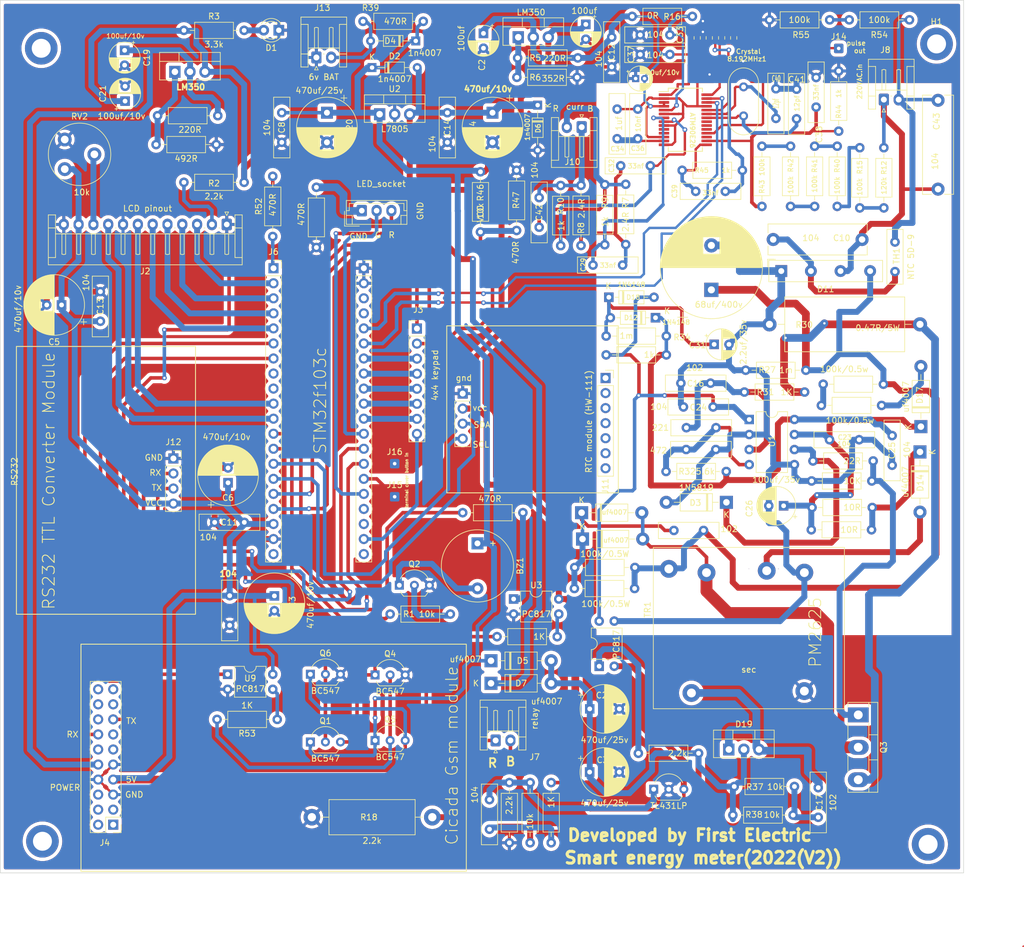
<source format=kicad_pcb>
(kicad_pcb (version 20220211) (generator pcbnew)
  (layers (0 "F.Cu" signal) (31 "B.Cu" signal) (34 "B.Paste" user) (35 "F.Paste" user) (36 "B.SilkS" user "B.Silkscreen") (37 "F.SilkS" user "F.Silkscreen") (38 "B.Mask" user) (39 "F.Mask" user) (44 "Edge.Cuts" user))
  (net 0 "")
  (net 1 "Net-(BZ1-+)")
  (net 2 "GND")
  (net 3 "+5V")
  (net 4 "Net-(D1-A)")
  (net 5 "Net-(D19-A)")
  (net 6 "Net-(J2-Pin_2)")
  (net 7 "Net-(J2-Pin_3)")
  (net 8 "Net-(J2-Pin_4)")
  (net 9 "Net-(J2-Pin_5)")
  (net 10 "Net-(J2-Pin_6)")
  (net 11 "Net-(J2-Pin_7)")
  (net 12 "Net-(J2-Pin_9)")
  (net 13 "Net-(J2-Pin_10)")
  (net 30 "12V_S")
  (net 32 "Net-(J3-Pin_3)")
  (net 33 "Net-(J3-Pin_4)")
  (net 34 "Net-(J3-Pin_5)")
  (net 35 "Net-(J3-Pin_6)")
  (net 36 "Net-(J3-Pin_7)")
  (net 44 "Net-(D11-+)")
  (net 45 "Net-(C7-Pad1)")
  (net 46 "Net-(U1-CS)")
  (net 47 "Net-(C17-Pad1)")
  (net 48 "Net-(D18-A)")
  (net 49 "Net-(D12-K)")
  (net 50 "Net-(D17-A)")
  (net 51 "Net-(D12-A)")
  (net 52 "Net-(D14-K)")
  (net 53 "Net-(D15-A)")
  (net 54 "Net-(U6-REF)")
  (net 55 "Net-(Q3-S)")
  (net 56 "Net-(R22-Pad1)")
  (net 57 "Net-(D14-A)")
  (net 58 "Net-(R36-Pad2)")
  (net 60 "Net-(U5-ADJ)")
  (net 61 "Net-(U7-ADJ)")
  (net 68 "Net-(U8-VREF)")
  (net 69 "Net-(U8-VN)")
  (net 70 "Net-(U8-OSCO)")
  (net 71 "Net-(U8-OSCI)")
  (net 72 "Net-(R12-Pad2)")
  (net 73 "Net-(R40-Pad1)")
  (net 74 "Net-(R41-Pad2)")
  (net 75 "Net-(R42-Pad1)")
  (net 76 "Net-(J5-Pin_15)")
  (net 77 "+12V")
  (net 78 "LINE")
  (net 79 "+4V")
  (net 80 "Net-(C29-Pad2)")
  (net 81 "KPR1")
  (net 82 "KPR2")
  (net 84 "TX1")
  (net 85 "RX1")
  (net 86 "Tx3")
  (net 87 "Rx3")
  (net 88 "RX2")
  (net 89 "TX2")
  (net 90 "G_LED")
  (net 91 "R_LED")
  (net 92 "buz")
  (net 93 "NEUT")
  (net 94 "Net-(D11--)")
  (net 95 "Net-(Q3-G)")
  (net 96 "Net-(C10-Pad2)")
  (net 97 "Net-(U1-RC)")
  (net 98 "Net-(D17-K)")
  (net 99 "Net-(D15-K)")
  (net 100 "Net-(D3-K)")
  (net 101 "Net-(J7-Pin_1)")
  (net 102 "Net-(J9-Pin_1)")
  (net 103 "Net-(J10-Pin_1)")
  (net 104 "Net-(J10-Pin_2)")
  (net 105 "Net-(R4-Pad2)")
  (net 106 "Net-(U6-K)")
  (net 107 "+3V3")
  (net 108 "I2P")
  (net 109 "I2N")
  (net 110 "AVDD")
  (net 111 "VP")
  (net 112 "Net-(J14-Pin_1)")
  (net 113 "mmd0")
  (net 114 "mmd1")
  (net 115 "KPR8")
  (net 116 "Net-(Q2-B)")
  (net 119 "SCl")
  (net 120 "SDA")
  (net 121 "REL_b")
  (net 122 "REL_a")
  (net 123 "Net-(J7-Pin_2)")
  (net 124 "con A")
  (net 125 "Net-(R11-Pad1)")
  (net 126 "con B")
  (net 127 "Net-(R15-Pad1)")
  (net 128 "Net-(D19-K)")
  (net 129 "Net-(R52-Pad2)")
  (net 130 "Net-(R53-Pad1)")
  (net 131 "Net-(R54-Pad1)")
  (net 132 "Net-(D4-A)")
  (net 133 "Net-(R46-Pad2)")
  (footprint "Resistor_THT:R_Axial_DIN0207_L6.3mm_D2.5mm_P10.16mm_Horizontal" (layer "F.Cu") (at 138.263 79.0956)
    (fp_text reference "R31" hide)
    (fp_text value "1K")
  )
  (footprint "Capacitor_THT:C_Disc_D10.0mm_W2.5mm_P5.00mm" (layer "F.Cu") (at 51.4096 113.4764 -90)
    (fp_text reference "C15" hide)
    (fp_text value "104" hide)
  )
  (footprint "Resistor_THT:R_Axial_DIN0207_L6.3mm_D2.5mm_P10.16mm_Horizontal" (layer "F.Cu") (at 102.108 145.034 -90)
    (fp_text reference "R24" hide)
    (fp_text value "10k")
  )
  (footprint "Capacitor_THT:CP_Radial_D10.0mm_P5.00mm" (layer "F.Cu") (at 67.818 31.933 -90)
    (fp_text reference "C20")
    (fp_text value "470uf/25v")
  )
  (footprint "Connector_PinSocket_2.54mm:PinSocket_1x20_P2.54mm_Vertical" (layer "F.Cu") (at 58.801 58.1914)
    (fp_text reference "J6")
    (fp_text value " ")
  )
  (footprint "Capacitor_THT:CP_Radial_D6.3mm_P2.50mm" (layer "F.Cu") (at 144.8816 98.298 180)
    (fp_text reference "C26")
    (fp_text value "100uf/35v")
  )
  (footprint "Capacitor_THT:C_Disc_D10.0mm_W2.5mm_P5.00mm" (layer "F.Cu") (at 60.198 31.933 -90)
    (fp_text reference "C8")
    (fp_text value "104")
  )
  (footprint "Capacitor_THT:C_Disc_D9.0mm_W2.5mm_P5.00mm" (layer "F.Cu") (at 163.6776 53.761 -90)
    (fp_text reference "TH1")
    (fp_text value " ")
  )
  (footprint "Package_TO_SOT_THT:TO-218-3_Vertical" (layer "F.Cu") (at 157.48 133.604 -90)
    (fp_text reference "Q3")
    (fp_text value "IRF460")
  )
  (footprint "Diode_THT:D_DO-41_SOD81_P10.16mm_Horizontal" (layer "F.Cu") (at 95.504 128.27)
    (fp_text reference "D7")
    (fp_text value "uf4007")
  )
  (footprint "Resistor_THT:R_Axial_DIN0207_L6.3mm_D2.5mm_P10.16mm_Horizontal" (layer "F.Cu") (at 106.68 120.396 180)
    (fp_text reference "R11" hide)
    (fp_text value "1K")
  )
  (footprint "Capacitor_THT:C_Disc_D10.0mm_W2.5mm_P5.00mm" (layer "F.Cu") (at 130.048 45.212)
    (fp_text reference "C39")
    (fp_text value "33nf")
  )
  (footprint "Resistor_THT:R_Axial_DIN0207_L6.3mm_D2.5mm_P10.16mm_Horizontal" (layer "F.Cu") (at 66.04 54.6862 90)
    (fp_text reference "R17" hide)
    (fp_text value "470R")
  )
  (footprint "Resistor_THT:R_Axial_DIN0207_L6.3mm_D2.5mm_P10.16mm_Horizontal" (layer "F.Cu") (at 161.798 37.846 -90)
    (fp_text reference "R12")
    (fp_text value "120k")
  )
  (footprint "Resistor_SMD:R_0603_1608Metric" (layer "F.Cu") (at 130.302 19.304 90)
    (fp_text reference "R50" hide)
    (fp_text value "0R" hide)
  )
  (footprint "MountingHole:MountingHole_3.2mm_M3_ISO14580_Pad_TopBottom" (layer "F.Cu") (at 169.2656 155.448)
    (fp_text reference "H3" hide)
    (fp_text value "MountingHole" hide)
  )
  (footprint "Package_TO_SOT_THT:TO-92_Inline_Wide" (layer "F.Cu") (at 122.9614 146.156)
    (fp_text reference "U6" hide)
    (fp_text value "TL431LP")
  )
  (footprint "Capacitor_THT:C_Disc_D10.0mm_W2.5mm_P5.00mm" (layer "F.Cu") (at 131.3688 102.4636 180)
    (fp_text reference "C27" hide)
    (fp_text value "102")
  )
  (footprint "Connector_JST:JST_EH_S2B-EH_1x02_P2.50mm_Horizontal" (layer "F.Cu") (at 66.04 22.606)
    (fp_text reference "J13")
    (fp_text value "6v BAT")
  )
  (footprint "Connector_PinSocket_2.54mm:PinSocket_1x04_P2.54mm_Vertical" (layer "F.Cu") (at 90.7288 79.3496)
    (fp_text reference "J1" hide)
    (fp_text value "RTC")
  )
  (footprint "Package_DIP:DIP-4_W7.62mm" (layer "F.Cu") (at 51.064 126.741)
    (fp_text reference "U9")
    (fp_text value "PC817")
  )
  (footprint "Diode_THT:D_DO-35_SOD27_P7.62mm_Horizontal" (layer "F.Cu") (at 123.2662 66.548 180)
    (fp_text reference "D12")
    (fp_text value "1N4148")
  )
  (footprint "Resistor_THT:R_Axial_DIN0207_L6.3mm_D2.5mm_P10.16mm_Horizontal" (layer "F.Cu") (at 127.762 41.656)
    (fp_text reference "R45")
    (fp_text value "1k")
  )
  (footprint "Package_TO_SOT_THT:TO-92_Inline_Wide" (layer "F.Cu") (at 80.0354 111.7136)
    (fp_text reference "Q2")
    (fp_text value "BC547")
  )
  (footprint "Connector_JST:JST_EH_S2B-EH_1x02_P2.50mm_Horizontal" (layer "F.Cu") (at 161.798 29.718)
    (fp_text reference "J8")
    (fp_text value "220VAC.in")
  )
  (footprint "Capacitor_THT:C_Disc_D10.0mm_W2.5mm_P5.00mm" (layer "F.Cu") (at 120.69 22.098)
    (fp_text reference "C37")
    (fp_text value "104")
  )
  (footprint "Resistor_THT:R_Axial_DIN0207_L6.3mm_D2.5mm_P10.16mm_Horizontal" (layer "F.Cu") (at 161.417 81.3562 180)
    (fp_text reference "R23" hide)
    (fp_text value "100k/0.5w")
  )
  (footprint "Resistor_THT:R_Axial_DIN0207_L6.3mm_D2.5mm_P10.16mm_Horizontal" (layer "F.Cu") (at 114.935 69.6468)
    (fp_text reference "R34")
    (fp_text value "1m")
  )
  (footprint "Potentiometer_THT:Potentiometer_Piher_PT-10-V05_Vertical" (layer "F.Cu") (at 23.575 41.4612)
    (fp_text reference "RV2")
    (fp_text value " 10k")
  )
  (footprint "Capacitor_THT:CP_Radial_D10.0mm_P2.50mm" (layer "F.Cu") (at 23.0378 64.389 180)
    (fp_text reference "C5")
    (fp_text value "470uf/10v")
  )
  (footprint "Connector_JST:JST_EH_S12B-EH_1x12_P2.50mm_Horizontal" (layer "F.Cu") (at 50.9124 50.8 180)
    (fp_text reference "J2")
    (fp_text value " LCD pinout")
  )
  (footprint "Transformer_THT:Transformer_CHK_EI30-2VA_2xSec" (layer "F.Cu") (at 146.4742 131.1732 90)
    (fp_text reference "TR1")
    (fp_text value "TRANSF3")
  )
  (footprint "Capacitor_THT:C_Disc_D10.0mm_W2.5mm_P5.00mm" (layer "F.Cu") (at 143.5862 32.893 90)
    (fp_text reference "C40")
    (fp_text value "12pf")
  )
  (footprint "Capacitor_THT:C_Disc_D10.0mm_W2.5mm_P5.00mm" (layer "F.Cu") (at 115.8748 19.1916 -90)
    (fp_text reference "C12")
    (fp_text value "104")
  )
  (footprint "Package_TO_SOT_THT:TO-92_Inline_Wide" (layer "F.Cu") (at 75.946 126.852)
    (fp_text reference "Q4")
    (fp_text value "BC547")
  )
  (footprint "Resistor_THT:R_Axial_DIN0207_L6.3mm_D2.5mm_P10.16mm_Horizontal" (layer "F.Cu") (at 138.4808 75.4126)
    (fp_text reference "R27")
    (fp_text value "1m")
  )
  (footprint "Resistor_THT:R_Axial_DIN0207_L6.3mm_D2.5mm_P10.16mm_Horizontal" (layer "F.Cu") (at 136.5504 145.6944)
    (fp_text reference "R37")
    (fp_text value "10k")
  )
  (footprint "Capacitor_THT:CP_Radial_D5.0mm_P2.50mm" (layer "F.Cu") (at 133.160888 71.0438)
    (fp_text reference "C31")
    (fp_text value "2.2uf/35v")
  )
  (footprint "Capacitor_THT:C_Disc_D10.0mm_W2.5mm_P5.00mm" (layer "F.Cu") (at 117.388 40.894)
    (fp_text reference "C32")
    (fp_text value "33nf")
  )
  (footprint "Capacitor_THT:CP_Radial_D5.0mm_P2.50mm" (layer "F.Cu") (at 33.7566 29.972 90)
    (fp_text reference "C21")
    (fp_text value " 100uf/10v")
  )
  (footprint "Capacitor_THT:CP_Radial_D10.0mm_P5.00mm" (layer "F.Cu") (at 95.758 31.933 -90)
    (fp_text reference "C4")
    (fp_text value " 470uf/10v" hide)
  )
  (footprint "Capacitor_THT:C_Disc_D10.0mm_W2.5mm_P5.00mm" (layer "F.Cu") (at 152.6286 87.1474)
    (fp_text reference "C23")
    (fp_text value "104")
  )
  (footprint "Capacitor_THT:C_Disc_D10.0mm_W2.5mm_P5.00mm" (layer "F.Cu") (at 150.368 30.988 90)
    (fp_text reference "C38")
    (fp_text value "33nf")
  )
  (footprint "Resistor_THT:R_Axial_DIN0207_L6.3mm_D2.5mm_P10.16mm_Horizontal" (layer "F.Cu") (at 58.674 52.832 90)
    (fp_text reference "R52")
    (fp_text value "470R")
  )
  (footprint "Resistor_THT:R_Axial_DIN0207_L6.3mm_D2.5mm_P10.16mm_Horizontal" (layer "F.Cu") (at 98.6028 145.034 -90)
    (fp_text reference "R19" hide)
    (fp_text value "2.2k")
  )
  (footprint "Diode_THT:D_DO-41_SOD81_P10.16mm_Horizontal" (layer "F.Cu") (at 167.894 89.2048 -90)
    (fp_text reference "D14")
    (fp_text value "uf4007")
  )
  (footprint "Resistor_THT:R_Axial_DIN0207_L6.3mm_D2.5mm_P10.16mm_Horizontal" (layer "F.Cu") (at 99.822 41.656 -90)
    (fp_text reference "R47")
    (fp_text value "470R")
  )
  (footprint "Resistor_THT:R_Axial_DIN0207_L6.3mm_D2.5mm_P10.16mm_Horizontal" (layer "F.Cu") (at 141.224 47.752 90)
    (fp_text reference "R43")
    (fp_text value "100k")
  )
  (footprint "Connector_PinSocket_2.54mm:PinSocket_1x04_P2.54mm_Vertical" (layer "F.Cu") (at 41.91 90.307)
    (fp_text reference "J12")
    (fp_text value "RS232")
  )
  (footprint "MountingHole:MountingHole_3.2mm_M3_ISO14580_Pad_TopBottom" (layer "F.Cu") (at 19.812 154.94)
    (fp_text reference "H4" hide)
    (fp_text value "MountingHole" hide)
  )
  (footprint "Diode_THT:D_DO-41_SOD81_P10.16mm_Horizontal" (layer "F.Cu") (at 110.7948 99.4664)
    (fp_text reference "D16" hide)
    (fp_text value "uf4007")
  )
  (footprint "Resistor_THT:R_Axial_DIN0207_L6.3mm_D2.5mm_P10.16mm_Horizontal" (layer "F.Cu") (at 114.7064 44.069 -90)
    (fp_text reference "R9")
    (fp_text value "1k")
  )
  (footprint "Resistor_THT:R_Axial_DIN0207_L6.3mm_D2.5mm_P10.16mm_Horizontal" (layer "F.Cu") (at 99.9998 22.6822)
    (fp_text reference "R5")
    (fp_text value " 220R")
  )
  (footprint "Resistor_THT:R_Axial_DIN0207_L6.3mm_D2.5mm_P10.16mm_Horizontal" (layer "F.Cu") (at 130.5306 140.081 180)
    (fp_text reference "R36" hide)
    (fp_text value "2.2k")
  )
  (footprint "Capacitor_THT:CP_Radial_D4.0mm_P1.50mm" (layer "F.Cu") (at 119.912 26.162)
    (fp_text reference "C35" hide)
    (fp_text value "10uf/10v")
  )
  (footprint "MountingHole:MountingHole_3.2mm_M3_ISO14580_Pad_TopBottom" (layer "F.Cu") (at 170.688 20.32)
    (fp_text reference "H1")
    (fp_text value "MountingHole" hide)
  )
  (footprint "Resistor_THT:R_Axial_DIN0207_L6.3mm_D2.5mm_P10.16mm_Horizontal" (layer "F.Cu") (at 129.4892 15.6718 180)
    (fp_text reference "R16")
    (fp_text value "0R")
  )
  (footprint "Capacitor_THT:CP_Radial_D5.0mm_P2.50mm" (layer "F.Cu") (at 94.234 18.542 -90)
    (fp_text reference "C2")
    (fp_text value " 100uf")
  )
  (footprint "Connector_Wire:SolderWire-0.1sqmm_1x01_D0.4mm_OD1mm" (layer "F.Cu") (at 79.248 96.774)
    (fp_text reference "J15")
    (fp_text value "Conn_01x01" hide)
  )
  (footprint "Capacitor_THT:C_Rect_L16.5mm_W5.0mm_P15.00mm_MKT" (layer "F.Cu") (at 158.122 53.34 180)
    (fp_text reference "C10")
    (fp_text value " 104")
  )
  (footprint "Resistor_THT:R_Axial_DIN0207_L6.3mm_D2.5mm_P10.16mm_Horizontal" (layer "F.Cu") (at 149.606 94.107)
    (fp_text reference "R28" hide)
    (fp_text value "10K")
  )
  (footprint "Diode_THT:D_DO-34_SOD68_P7.62mm_Horizontal" (layer "F.Cu") (at 75.433 24.313)
    (fp_text reference "D2")
    (fp_text value "1n4007")
  )
  (footprint "Resistor_THT:R_Axial_DIN0207_L6.3mm_D2.5mm_P10.16mm_Horizontal" (layer "F.Cu") (at 157.734 37.846 -90)
    (fp_text reference "R15")
    (fp_text value "100k")
  )
  (footprint "Package_TO_SOT_THT:TO-92_Inline_Wide" (layer "F.Cu") (at 75.946 137.922)
    (fp_text reference "Q5")
    (fp_text value "BC547")
  )
  (footprint "Resistor_THT:R_Axial_DIN0207_L6.3mm_D2.5mm_P10.16mm_Horizontal" (layer "F.Cu") (at 105.664 155.194 90)
    (fp_text reference "R33" hide)
    (fp_text value "1K")
  )
  (footprint "Package_DIP:DIP-8_W7.62mm" (layer "F.Cu") (at 139.0858 83.7284)
    (fp_text reference "U1")
    (fp_text value "UC3843_DIP8" hide)
  )
  (footprint "Resistor_THT:R_Axial_DIN0207_L6.3mm_D2.5mm_P10.16mm_Horizontal" (layer "F.Cu") (at 78.486 116.586)
    (fp_text reference "R1")
    (fp_text value "10k")
  )
  (footprint "Capacitor_THT:C_Disc_D10.0mm_W2.5mm_P5.00mm" (layer "F.Cu") (at 53.8734 101.092 180)
    (fp_text reference "C11")
    (fp_text value "104")
  )
  (footprint "Resistor_THT:R_Axial_DIN0614_L14.3mm_D5.7mm_P20.32mm_Horizontal" (layer "F.Cu") (at 65.278 150.876)
    (fp_text reference "R18")
    (fp_text value "2.2k")
  )
  (footprint "Resistor_THT:R_Axial_DIN0207_L6.3mm_D2.5mm_P10.16mm_Horizontal" (layer "F.Cu") (at 149.8346 90.7288)
    (fp_text reference "R29" hide)
    (fp_text value "22R")
  )
  (footprint "Resistor_THT:R_Axial_DIN0207_L6.3mm_D2.5mm_P10.16mm_Horizontal" (layer "F.Cu") (at 119.7356 112.268 180)
    (fp_text reference "R20" hide)
    (fp_text value "100k/0.5W")
  )
  (footprint "Connector_JST:JST_EH_S2B-EH_1x02_P2.50mm_Horizontal" (layer "F.Cu") (at 96.286 137.9145)
    (fp_text reference "J7")
    (fp_text value " relay")
  )
  (footprint "Connector_Wire:SolderWire-0.1sqmm_1x01_D0.4mm_OD1mm" (layer "F.Cu") (at 79.248 91.186)
    (fp_text reference "J16")
    (fp_text value "Conn_01x01" hide)
  )
  (footprint "LED_THT:LED_D3.0mm_FlatTop" (layer "F.Cu") (at 59.695 18.0086 180)
    (fp_text reference "D1")
    (fp_text value " ")
  )
  (footprint "Resistor_THT:R_Axial_DIN0207_L6.3mm_D2.5mm_P10.16mm_Horizontal" (layer "F.Cu") (at 59.436 134.366 180)
    (fp_text reference "R53")
    (fp_text value "1K")
  )
  (footprint "Resistor_THT:R_Axial_DIN0207_L6.3mm_D2.5mm_P10.16mm_Horizontal" (layer "F.Cu") (at 43.688 18.034)
    (fp_text reference "R3")
    (fp_text value "3.3k")
  )
  (footprint "Capacitor_THT:CP_Radial_D10.0mm_P2.50mm" (layer "F.Cu") (at 58.9534 113.512523 -90)
    (fp_text reference "C3")
    (fp_text value "470uf/10v")
  )
  (footprint "Connector_JST:JST_EH_S2B-EH_1x02_P2.50mm_Horizontal" (layer "F.Cu") (at 110.8056 34.3662 180)
    (fp_text reference "J10")
    (fp_text value "curr")
  )
  (footprint "Capacitor_THT:C_Disc_D10.0mm_W2.5mm_P5.00mm" (layer "F.Cu") (at 147.066 27.9654 -90)
    (fp_text reference "C41")
    (fp_text value "12pf")
  )
  (footprint "Connector_PinSocket_2.54mm:PinSocket_1x07_P2.54mm_Vertical" (layer "F.Cu") (at 114.833 76.728)
    (fp_text reference "J11")
    (fp_text value " ")
  )
  (footprint "Capacitor_THT:C_Disc_D10.0mm_W2.5mm_P5.00mm" (layer "F.Cu") (at 128.437 88.7984)
    (fp_text reference "C22" hide)
    (fp_text value "472")
  )
  (footprint "Resistor_THT:R_Axial_DIN0207_L6.3mm_D2.5mm_P10.16mm_Horizontal" (layer "F.Cu") (at 155.956 16.256)
    (fp_text reference "R54")
    (fp_text value "100k")
  )
  (footprint "Diode_THT:D_DO-41_SOD81_P10.16mm_Horizontal" (layer "F.Cu") (at 168.0464 84.9376 90)
    (fp_text reference "D17")
    (fp_text value "uf4007")
  )
  (footprint "Resistor_THT:R_Axial_DIN0207_L6.3mm_D2.5mm_P10.16mm_Horizontal" (layer "F.Cu") (at 150.114 37.592 -90)
    (fp_text reference "R41")
    (fp_text value "100k")
  )
  (footprint "Diode_THT:D_DO-41_SOD81_P10.16mm_Horizontal" (layer "F.Cu") (at 135.2296 97.7138 180)
    (fp_text reference "D3")
    (fp_text value "1N5819")
  )
  (footprint "Resistor_SMD:R_0603_1608Metric" (layer "F.Cu") (at 136.461 19.304 90)
    (fp_text reference "R51" hide)
    (fp_text value "0R" hide)
  )
  (footprint "Resistor_THT:R_Axial_DIN0207_L6.3mm_D2.5mm_P10.16mm_Horizontal" (layer "F.Cu") (at 90.7288 99.4664)
    (fp_text reference "R4" hide)
    (fp_text value "470R")
  )
  (footprint "MountingHole:MountingHole_3.2mm_M3_ISO14580_Pad_TopBottom" (layer "F.Cu") (at 19.6088 21.0566)
    (fp_text reference "H1" hide)
    (fp_text value "MountingHole" hide)
  )
  (footprint "Package_DIP:DIP-4_W7.62mm" (layer "F.Cu") (at 113.7616 125.3898 90)
    (fp_text reference "U4" hide)
    (fp_text value "PC817")
  )
  (footprint "Capacitor_THT:C_Disc_D10.0mm_W2.5mm_P5.00mm" (layer "F.Cu") (at 116.7892 36.322 90)
    (fp_text reference "C34")
    (fp_text value "1uf")
  )
  (footprint "Package_TO_SOT_THT:TO-220-3_Vertical" (layer "F.Cu") (at 42.164 25.0242)
    (fp_text reference "U5" hide)
    (fp_text value "LM350 " hide)
  )
  (footprint "Crystal:Crystal_HC18-U_Vertical" (layer "F.Cu") (at 138.1252 27.5728 -90)
    (fp_text reference "8.192MHz1")
    (fp_text value "Crystal")
  )
  (footprint "Resistor_THT:R_Axial_DIN0207_L6.3mm_D2.5mm_P10.16mm_Horizontal" (layer "F.Cu") (at 125.0442 92.5068)
    (fp_text reference "R32" hide)
    (fp_text value "5.6k")
  )
  (footprint "Package_SO:SSOP-28_5.3x10.2mm_P0.65mm" (layer "F.Cu") (at 128.2954 33.1216)
    (fp_text reference "U8" hide)
    (fp_text value "ATM90E26" hide)
  )
  (footprint "Resistor_THT:R_Axial_DIN0207_L6.3mm_D2.5mm_P10.16mm_Horizontal" (layer "F.Cu") (at 38.989 37.3126)
    (fp_text reference "R14" hide)
    (fp_text value "492R")
  )
  (footprint "Capacitor_THT:C_Disc_D10.0mm_W2.5mm_P5.00mm" (layer "F.Cu") (at 125.69 18.796 180)
    (fp_text reference "C33")
    (fp_text value "104")
  )
  (footprint "Capacitor_THT:C_Disc_D10.0mm_W2.5mm_P5.00mm" (layer "F.Cu") (at 127.9798 81.6102)
    (fp_text reference "C24")
    (fp_text value "104")
  )
  (footprint "Resistor_THT:R_Axial_DIN0207_L6.3mm_D2.5mm_P10.16mm_Horizontal" (layer "F.Cu") (at 107.2642 44.2214 -90)
    (fp_text reference "R10")
    (fp_text value "1k")
  )
  (footprint "Capacitor_THT:C_Disc_D10.0mm_W2.5mm_P5.00mm" (layer "F.Cu") (at 150.7236 150.8868 90)
    (fp_text reference "C17")
    (fp_text value "102")
  )
  (footprint "Diode_THT:D_DO-41_SOD81_P10.16mm_Horizontal" (layer "F.Cu") (at 110.9472 103.9114)
    (fp_text reference "D15" hide)
    (fp_text value "uf4007")
  )
  (footprint "Capacitor_THT:C_Disc_D10.0mm_W2.5mm_P5.00mm" (layer "F.Cu") (at 112.7144 57.658)
    (fp_text reference "C29")
    (fp_text value "33nf")
  )
  (footprint "Capacitor_THT:C_Disc_D10.0mm_W2.5mm_P5.00mm" (layer "F.Cu") (at 163.195 86.4508 -90)
    (fp_text reference "C25")
    (fp_text value "104")
  )
  (footprint "Resistor_THT:R_Axial_DIN0207_L6.3mm_D2.5mm_P10.16mm_Horizontal" (layer "F.Cu") (at 149.6822 98.5901)
    (fp_text reference "R25" hide)
    (fp_text value "10R")
  )
  (footprint "Connector_JST:JST_EH_B3B-EH-A_1x03_P2.50mm_Vertical" (layer "F.Cu") (at 73.7 48.468)
    (fp_text reference "J9" hide)
    (fp_text value "LED_socket")
  )
  (footprint "Resistor_THT:R_Axial_DIN0207_L6.3mm_D2.5mm_P10.16mm_Horizontal" (layer "F.Cu") (at 152.654 16.256 180)
    (fp_text reference "R55")
    (fp_text value "100k")
  )
  (footprint "Resistor_THT:R_Axial_DIN0922_L20.0mm_D9.0mm_P25.40mm_Horizontal" (layer "F.Cu") (at 142.494 67.6656)
    (fp_text reference "R30")
    (fp_text value "0.47R/5W")
  )
  (footprint "Resistor_THT:R_Axial_DIN0207_L6.3mm_D2.5mm_P10.16mm_Horizontal" (layer "F.Cu") (at 99.8728 25.9588)
    (fp_text reference "R6")
    (fp_text value "352R")
  )
  (footprint "Capacitor_THT:CP_Radial_D8.0mm_P5.00mm" (layer "F.Cu") (at 112.151349 143.256)
    (fp_text reference "C30")
    (fp_text value "470uf/25v")
  )
  (footprint "Package_DIP:DIP-4_W7.62mm" (layer "F.Cu") (at 99.324 114.041)
    (fp_text reference "U3")
    (fp_text value "PC817")
  )
  (footprint "Resistor_THT:R_Axial_DIN0207_L6.3mm_D2.5mm_P10.16mm_Horizontal" (layer "F.Cu") (at 159.7152 102.3493 180)
    (fp_text reference "R26" hide)
    (fp_text value "10R")
  )
  (footprint "Package_TO_SOT_THT:TO-220-3_Vertical" (layer "F.Cu") (at 100.1014 19.1822)
    (fp_text reference "U7" hide)
    (fp_text value "LM350 ")
  )
  (footprint "Capacitor_THT:CP_Radial_D5.0mm_P2.50mm" (layer "F.Cu") (at 33.6804 21.400801 -90)
    (fp_text reference "C19")
    (fp_text value " ")
  )
  (footprint "Package_TO_SOT_THT:TO-220-3_Vertical" (layer "F.Cu") (at 76.708 32.187)
    (fp_text reference "U2")
    (fp_text value "L7805")
  )
  (footprint "Diode_THT:D_DO-34_SOD68_P7.62mm_Horizontal" (layer "F.Cu") (at 103.378 30.658 -90)
    (fp_text reference "D6")
    (fp_text value "1n4007" hide)
  )
  (footprint "Connector_PinHeader_2.54mm:PinHeader_2x10_P2.54mm_Vertical" (layer "F.Cu") (at 31.755 152.141 180)
    (fp_text reference "J4")
    (fp_text value "Cicada GSM module" hide)
  )
  (footprint "Resistor_SMD:R_0603_1608Metric" (layer "F.Cu") (at 134.429 19.304 90)
    (fp_text reference "R48" hide)
    (fp_text value "0R" hide)
  )
  (footprint "Resistor_THT:R_Axial_DIN0207_L6.3mm_D2.5mm_P10.16mm_Horizontal" (layer "F.Cu") (at 93.726 41.91 -90)
    (fp_text reference "R46")
    (fp_text value "10k")
  )
  (footprint "Resistor_SMD:R_0603_1608Metric" (layer "F.Cu") (at 132.334 19.304 90)
    (fp_text reference "R49" hide)
    (fp_text value "0R" hide)
  )
  (footprint "Package_TO_SOT_THT:TO-92_Inline_Wide" (layer "F.Cu") (at 65.024 126.746)
    (fp_text reference "Q6")
    (fp_text value "BC547")
  )
  (footprint "Resistor_THT:R_Axial_DIN0207_L6.3mm_D2.5mm_P10.16mm_Horizontal" (layer "F.Cu") (at 136.3218 150.5204)
    (fp_text reference "R38")
    (fp_text value "10k")
  )
  (footprint "Capacitor_THT:CP_Radial_D5.0mm_P2.50mm" (layer "F.Cu") (at 111.506 17.018 -90)
    (fp_text reference "C1" hide)
    (fp_text value "100uf")
  )
  (footprint "Capacitor_THT:CP_Radial_D10.0mm_P2.50mm" (layer "F.Cu") (at 51.1302 94.411877 90)
    (fp_text reference "C6")
    (fp_text value "470uf/10v")
  )
  (footprint "Connector_Wire:SolderWire-0.1sqmm_1x01_D0.4mm_OD1mm" (layer "F.Cu") (at 154.178 21.082)
    (fp_text reference "J14")
    (fp_text value "Conn_01x01" hide)
  )
  (footprint "Resistor_THT:R_Axial_DIN0207_L6.3mm_D2.5mm_P10.16mm_Horizontal" (layer "F.Cu") (at 118.237 44.0182 -90)
    (fp_text reference "R7")
    (fp_text value "2.4R")
  )
  (footprint "Diode_THT:Diode_Bridge_19.0x3.5x10.0mm_P5.0mm" (layer "F.Cu") (at 144.4853 58.6661)
    (fp_text reference "D11")
    (fp_text value " ")
  )
  (footprint "Resistor_THT:R_Axial_DIN0207_L6.3mm_D2.5mm_P10.16mm_Horizontal" (layer "F.Cu") (at 110.6932 54.356 90)
    (fp_text reference "R8")
    (fp_text value " 2.4R")
  )
  (footprint "Capacitor_THT:C_Disc_D10.0mm_W2.5mm_P5.00mm" (layer "F.Cu") (at 88.138 31.933 -90)
    (fp_text reference "C14" hide)
    (fp_text value " 104")
  )
  (footprint "Package_TO_SOT_THT:TO-92_Inline_Wide" (layer "F.Cu") (at 65.024 138.176)
    (fp_text reference "Q1")
    (fp_text value "BC547")
  )
  (footprint "Diode_THT:D_DO-34_SOD68_P7.62mm_Horizontal" (layer "F.Cu") (at 82.809 19.812 180)
    (fp_text reference "D4")
    (fp_text value "1n4007")
  )
  (footprint "Capacitor_THT:C_Disc_D10.0mm_W2.5mm_P5.00mm" (layer "F.Cu") (at 128.4732 85.1154)
    (fp_text reference "C18" hide)
    (fp_text value "221")
  )
  (footprint "Connector_PinHeader_2.54mm:PinHeader_1x08_P2.54mm_Vertical" (layer "F.Cu") (at 83.0072 68.3768)
    (fp_text reference "J3")
    (fp_text value "4x4 keypad")
  )
  (footprint "Diode_THT:D_DO-35_SOD27_P7.62mm_Horizontal" (layer "F.Cu") (at 115.3922 63.0936)
    (fp_text reference "D18" hide)
    (fp_text value "1N4148")
  )
  (footprint "Diode_THT:D_DO-41_SOD81_P10.16mm_Horizontal" (layer "F.Cu") (at 95.504 124.46)
    (fp_text reference "D5")
    (fp_text value "uf4007")
  )
  (footprint "Resistor_THT:R_Axial_DIN0207_L6.3mm_D2.5mm_P10.16mm_Horizontal" (layer "F.Cu") (at 114.935 72.8218)
    (fp_text reference "R35" hide)
    (fp_text value "1k")
  )
  (footprint "Capacitor_THT:C_Disc_D10.0mm_W2.5mm_P5.00mm" (layer "F.Cu") (at 29.591 67.143 90)
    (fp_text reference "C13")
    (fp_text value " 104")
  )
  (footprint "Capacitor_THT:CP_Radial_D17.0mm_P7.50mm" (layer "F.Cu") (at 132.6896 61.839067 90)
    (fp_text reference "C9" hide)
    (fp_text value " 68uf/400v")
  )
  (footprint "Resistor_THT:R_Axial_DIN0207_L6.3mm_D2.5mm_P10.16mm_Horizontal" (layer "F.Cu") (at 43.688 43.688)
    (fp_text reference "R2")
    (fp_text value "2.2k")
  )
  (footprint "Resistor_THT:R_Axial_DIN0207_L6.3mm_D2.5mm_P10.16mm_Horizontal" (layer "F.Cu") (at 39.243 32.4358)
    (fp_text reference "R13" hide)
    (fp_text value " 220R")
  )
  (footprint "Capacitor_THT:C_Disc_D10.0mm_W2.5mm_P5.00mm" (layer "F.Cu") (at 95.25 152.908 90)
    (fp_text reference "C7" hide)
    (fp_text value "104")
  )
  (footprint "Resistor_THT:R_Axial_DIN0207_L6.3mm_D2.5mm_P10.16mm_Horizontal" (layer "F.Cu") (at 153.924 37.592 -90)
    (fp_text reference "R40")
    (fp_text value "100k")
  )
  (footprint "Capacitor_THT:C_Disc_D10.0mm_W2.5mm_P5.00mm" (layer "F.Cu") (at 127.548 77.597)
    (fp_text reference "C16")
    (fp_text value "102")
  )
  (footprint "Resistor_THT:R_Axial_DIN0207_L6.3mm_D2.5mm_P10.16mm_Horizontal" (layer "F.Cu") (at 119.7864 108.712 180)
    (fp_text reference "R21" hide)
    (fp_text value "100k/0.5W")
  )
  (footprint "Buzzer_Beeper:Buzzer_12x9.5RM7.6" (layer "F.Cu") (at 93.218 104.648 -90)
    (fp_text reference "BZ1")
    (fp_text value "Buzzer")
  )
  (footprint "Resistor_THT:R_Axial_DIN0207_L6.3mm_D2.5mm_P10.16mm_Horizontal" (layer "F.Cu") (at 151.5618 77.7748)
    (fp_text reference "R22" hide)
    (fp_text value "100k/0.5w")
  )
  (footprint "Resistor_THT:R_Axial_DIN0207_L6.3mm_D2.5mm_P10.16mm_Horizontal" (layer "F.Cu") (at 154.178 35.052 90)
    (fp_text reference "R44")
    (fp_text value "1k")
  )
  (footprint "Capacitor_THT:C_Disc_D10.0mm_W2.5mm_P5.00mm" (layer "F.Cu") (at 103.632 51.268 90)
    (fp_text reference "C42")
    (fp_text value "104")
  )
  (footprint "Capacitor_THT:C_Disc_D10.0mm_W2.5mm_P5.00mm" (layer "F.Cu") (at 120.269 36.322 90)
    (fp_text reference "C36")
    (fp_text value "10nf")
  )
  (footprint "Resistor_THT:R_Axial_DIN0207_L6.3mm_D2.5mm_P10.16mm_Horizontal" (layer "F.Cu") (at 146.05 37.592 -90)
    (fp_text reference "R42")
    (fp_text value "100k")
  )
  (footprint "Package_TO_SOT_THT:TO-220-3_Vertical" (layer "F.Cu") (at 135.636 139.446)
    (fp_text reference "D19")
    (fp_text value "MBR2010ct")
  )
  (footprint "Capacitor_THT:CP_Radial_D8.0mm_P5.00mm" (layer "F.Cu") (at 112.166323 132.588)
    (fp_text reference "C28")
    (fp_text value "470uf/25v")
  )
  (footprint "Resistor_THT:R_Axial_DIN0207_L6.3mm_D2.5mm_P10.16mm_Horizontal" (layer "F.Cu") (at 73.914 16.51)
    (fp_text reference "R39")
    (fp_text value " 470R")
  )
  (footprint "Connector_PinSocket_2.54mm:PinSocket_1x20_P2.54mm_Vertical" (layer "F.Cu") (at 74.041 58.1914)
    (fp_text reference "J5" hide)
    (fp_text value " ")
  )
  (footprint "Capacitor_THT:C_Rect_L16.5mm_W5.0mm_P15.00mm_MKT" (layer "F.Cu") (at 170.942 29.838 -90)
    (fp_text reference "C43")
    (fp_text value " 104")
  )
  (gr_arc (start 185.3692 172.72) (mid 185.3692 172.72) (end 185.3692 172.72) (stroke (width 0.2)) (layer "F.Cu"))
  (gr_rect (start 88.0364 67.9196) (end 116.9924 96.1136) (stroke (width 0.15)) (fill none) (layer "F.SilkS"))
  (gr_rect (start 26.3144 121.666) (end 91.3384 160.02) (stroke (width 0.15)) (fill none) (layer "F.SilkS"))
  (gr_rect (start 15.4178 116.6114) (end 45.6438 71.3994) (stroke (width 0.15)) (fill none) (layer "F.SilkS"))
  (gr_rect (start 12.7 12.954) (end 175.26 160.274) (stroke (width 0.1)) (fill none) (layer "Edge.Cuts"))
  (gr_text "RTC module (HW-111)" (at 112.014 84.074 90) (layer "F.SilkS") (effects (font (size 1 1))))
  (gr_text "100uf/10v" (at 33.8074 18.9992) (layer "F.SilkS") (effects (font (size 0.8 0.8) (thickness 0.125) bold)))
  (gr_text "5V" (at 34.798 144.526) (layer "F.SilkS") (effects (font (size 1 1))))
  (gr_text "GND" (at 35.306 147.066) (layer "F.SilkS") (effects (font (size 1 1))))
  (gr_text "STM32f103c" (at 66.68 80.5384 90) (layer "F.SilkS") (effects (font (size 2 2))))
  (gr_text "R" (at 78.74 52.578) (layer "F.SilkS") (effects (font (size 1 1))))
  (gr_text "470uf/10v" (at 94.996 27.94) (layer "F.SilkS") (effects (font (size 1 1) (thickness 0.25) bold)))
  (gr_text "SDA" (at 93.98 84.6328) (layer "F.SilkS") (effects (font (size 1 1))))
  (gr_text "vcc" (at 93.6498 81.7626) (layer "F.SilkS") (effects (font (size 1 1))))
  (gr_text "RS232 TTL Converter Module" (at 20.8788 94.0962 90) (layer "F.SilkS") (effects (font (size 2 2))))
  (gr_text "LM350" (at 44.831 27.6098) (layer "F.SilkS") (effects (font (size 1 1) (thickness 0.25) bold)))
  (gr_text "SCL" (at 93.8022 87.9602) (layer "F.SilkS") (effects (font (size 1 1))))
  (gr_text "TX" (at 39.116 95.25) (layer "F.SilkS") (effects (font (size 1 1))))
  (gr_text "terminal cover button in" (at 81.28 93.98 90) (layer "F.SilkS") (effects (font (size 0.5 0.5) (thickness 0.125) bold)))
  (gr_text "104" (at 51.1556 109.7788) (layer "F.SilkS") (effects (font (size 1 1) (thickness 0.25) bold)))
  (gr_text "R" (at 95.758 141.732) (layer "F.SilkS") (effects (font (size 1.5 1.5) (thickness 0.3) bold)))
  (gr_text "VCC" (at 93.726 49.022 90) (layer "F.SilkS") (effects (font (size 1 1))))
  (gr_text "TX" (at 34.798 134.62) (layer "F.SilkS") (effects (font (size 1 1))))
  (gr_text "Cicada Gsm module" (at 88.9 140.462 90) (layer "F.SilkS") (effects (font (size 2 2))))
  (gr_text "Developed by First Electric\n" (at 129.032 153.924) (layer "F.SilkS") (effects (font (size 2 2) (thickness 0.5) bold)))
  (gr_text "PM2625" (at 150.2156 119.6594 90) (layer "F.SilkS") (effects (font (size 2 2))))
  (gr_text "GND" (at 83.566 48.514 90) (layer "F.SilkS") (effects (font (size 1 1))))
  (gr_text "B\n" (at 112.268 31.242) (layer "F.SilkS") (effects (font (size 1 1))))
  (gr_text "POWER" (at 23.622 145.8722) (layer "F.SilkS") (effects (font (size 1 1))))
  (gr_text "VCC" (at 38.608 97.79) (layer "F.SilkS") (effects (font (size 1 1))))
  (gr_text "1n4007" (at 101.6508 34.3916 90) (layer "F.SilkS") (effects (font (size 0.8 0.8))))
  (gr_text "B" (at 98.806 141.478) (layer "F.SilkS") (effects (font (size 1.5 1.5) (thickness 0.3) bold)))
  (gr_text "pulse  \nout" (at 157.734 20.828) (layer "F.SilkS") (effects (font (size 0.8 0.8))))
  (gr_text "ATM90E26\n" (at 129.032 31.8262 -90) (layer "F.SilkS") (effects (font (size 0.8 0.8) (thickness 0.16256)) (justify left bottom)))
  (gr_text "RX" (at 24.892 136.906) (layer "F.SilkS") (effects (font (size 1 1))))
  (gr_text "GND" (at 38.608 90.17) (layer "F.SilkS") (effects (font (size 1 1))))
  (gr_text "gnd" (at 90.932 76.708) (layer "F.SilkS") (effects (font (size 1 1))))
  (gr_text "Smart energy meter(2022(V2))" (at 131.318 157.734) (layer "F.SilkS") (effects (font (size 2 2) (thickness 0.5) bold)))
  (gr_text "G" (at 76.454 52.578) (layer "F.SilkS") (effects (font (size 1 1))))
  (gr_text "RX" (at 38.862 92.71) (layer "F.SilkS") (effects (font (size 1 1))))
  (gr_text "R\n" (at 106.426 31.242) (layer "F.SilkS") (effects (font (size 1 1))))
  (gr_text "GND" (at 73.152 52.832) (layer "F.SilkS") (effects (font (size 1 1))))
  (segment (start 79.9592 111.6374) (end 80.0354 111.7136) (width 1) (layer "B.Cu") (net 1))
  (segment (start 85.5472 108.1024) (end 80.5942 108.1024) (width 1) (layer "B.Cu") (net 1))
  (segment (start 93.218 112.248) (end 89.6928 112.248) (width 1) (layer "B.Cu") (net 1))
  (segment (start 79.9592 108.7374) (end 79.9592 111.6374) (width 1) (layer "B.Cu") (net 1))
  (segment (start 89.6928 112.248) (end 85.5472 108.1024) (width 1) (layer "B.Cu") (net 1))
  (segment (start 80.5942 108.1024) (end 79.9592 108.7374) (width 1) (layer "B.Cu") (net 1))
  (segment (start 111.506 19.518) (end 113.244 19.518) (width 0.6) (layer "F.Cu") (net 2))
  (segment (start 124.6954 37.3466) (end 126.0516 37.3466) (width 0.4) (layer "F.Cu") (net 2))
  (segment (start 114.1076 24.1916) (end 115.8748 24.1916) (width 0.6) (layer "F.Cu") (net 2))
  (segment (start 33.6804 23.900801) (end 35.330801 23.900801) (width 0.6) (layer "F.Cu") (net 2))
  (segment (start 127.254 29.5148) (end 126.9238 29.5148) (width 0.4) (layer "F.Cu") (net 2))
  (segment (start 122.6058 29.3878) (end 122.2032 29.3878) (width 0.4) (layer "F.Cu") (net 2))
  (segment (start 122.2032 29.3878) (end 120.269 31.322) (width 0.4) (layer "F.Cu") (net 2))
  (segment (start 127.1622 32.1466) (end 127.1778 32.131) (width 0.4) (layer "F.Cu") (net 2))
  (segment (start 43.942 28.702) (end 44.958 29.718) (width 0.6) (layer "F.Cu") (net 2))
  (segment (start 20.5378 64.389) (end 20.5378 63.2822) (width 1) (layer "F.Cu") (net 2))
  (segment (start 124.6954 34.0966) (end 124.669911 34.071111) (width 0.4) (layer "F.Cu") (net 2))
  (segment (start 126.9238 29.5148) (end 126.892 29.5466) (width 0.4) (layer "F.Cu") (net 2))
  (segment (start 124.6954 32.1466) (end 124.0888 32.1466) (width 0.4) (layer "F.Cu") (net 2))
  (segment (start 126.5682 34.1122) (end 126.5526 34.0966) (width 0.4) (layer "F.Cu") (net 2))
  (segment (start 40.132 28.702) (end 43.942 28.702) (width 0.6) (layer "F.Cu") (net 2))
  (segment (start 114.046 20.32) (end 114.046 24.13) (width 0.6) (layer "F.Cu") (net 2))
  (segment (start 50.5714 103.9114) (end 50.546 103.886) (width 1) (layer "F.Cu") (net 2))
  (segment (start 126.5682 36.83) (end 126.5682 34.1122) (width 0.4) (layer "F.Cu") (net 2))
  (segment (start 126.892 29.5466) (end 124.6954 29.5466) (width 0.4) (layer "F.Cu") (net 2))
  (segment (start 124.669911 34.071111) (end 124.0028 34.071111) (width 0.4) (layer "F.Cu") (net 2))
  (segment (start 138.049 19.431) (end 138.049 23.241) (width 0.4) (layer "F.Cu") (net 2))
  (segment (start 44.958 36.83) (end 45.4406 37.3126) (width 0.6) (layer "F.Cu") (net 2))
  (segment (start 126.0516 37.3466) (end 126.5682 36.83) (width 0.4) (layer "F.Cu") (net 2))
  (segment (start 126.5526 34.0966) (end 124.6954 34.0966) (width 0.4) (layer "F.Cu") (net 2))
  (segment (start 130.3384 30.8466) (end 128.5858 30.8466) (width 0.4) (layer "F.Cu") (net 2))
  (segment (start 128.5858 30.8466) (end 127.254 29.5148) (width 0.4) (layer "F.Cu") (net 2))
  (segment (start 50.546 102.7646) (end 48.8734 101.092) (width 1) (layer "F.Cu") (net 2))
  (segment (start 51.1302 91.911877) (end 49.058123 91.911877) (width 1) (layer "F.Cu") (net 2))
  (segment (start 20.5378 63.2822) (end 21.59 62.23) (width 1) (layer "F.Cu") (net 2))
  (segment (start 127.9144 30.1752) (end 127.9144 32.131) (width 0.4) (layer "F.Cu") (net 2))
  (segment (start 122.7646 29.5466) (end 122.6058 29.3878) (width 0.4) (layer "F.Cu") (net 2))
  (segment (start 114.046 24.13) (end 114.1076 24.1916) (width 0.6) (layer "F.Cu") (net 2))
  (segment (start 130.3384 25.9478) (end 130.81 25.4762) (width 0.4) (layer "F.Cu") (net 2))
  (segment (start 130.81 25.4762) (end 132.3848 25.4762) (width 0.4) (layer "F.Cu") (net 2))
  (segment (start 58.801 103.9114) (end 50.5714 103.9114) (width 1) (layer "F.Cu") (net 2))
  (segment (start 135.3445 16.4725) (end 136.461 17.589) (width 0.4) (layer "F.Cu") (net 2))
  (segment (start 127.1778 32.131) (end 127.9144 32.131) (width 0.4) (layer "F.Cu") (net 2))
  (segment (start 124.079 32.1564) (end 124.0888 32.1466) (width 0.4) (layer "F.Cu") (net 2))
  (segment (start 131.318 18.288) (end 131.2595 18.288) (width 0.4) (layer "F.Cu") (net 2))
  (segment (start 50.546 103.886) (end 50.546 102.7646) (width 1) (layer "F.Cu") (net 2))
  (segment (start 45.4406 37.3126) (end 49.149 37.3126) (width 0.6) (layer "F.Cu") (net 2))
  (segment (start 44.958 29.718) (end 44.958 36.83) (width 0.6) (layer "F.Cu") (net 2))
  (segment (start 124.6954 29.5466) (end 122.7646 29.5466) (width 0.4) (layer "F.Cu") (net 2))
  (segment (start 120.269 31.322) (end 116.7892 31.322) (width 0.4) (layer "F.Cu") (net 2))
  (segment (start 130.302 18.479) (end 131.127 18.479) (width 0.4) (layer "F.Cu") (net 2))
  (segment (start 21.757 62.143) (end 29.591 62.143) (width 1) (layer "F.Cu") (net 2))
  (segment (start 136.461 18.479) (end 137.097 18.479) (width 0.4) (layer "F.Cu") (net 2))
  (segment (start 49.058123 91.911877) (end 48.8734 92.0966) (width 1) (layer "F.Cu") (net 2))
  (segment (start 124.6954 32.1466) (end 127.1622 32.1466) (width 0.4) (layer "F.Cu") (net 2))
  (segment (start 113.244 19.518) (end 114.046 20.32) (width 0.6) (layer "F.Cu") (net 2))
  (segment (start 127.9144 32.131) (end 127.9144 32.766) (width 0.4) (layer "F.Cu") (net 2))
  (segment (start 48.8734 92.0966) (end 48.8734 101.092) (width 1) (layer "F.Cu") (net 2))
  (segment (start 131.8954 30.8466) (end 130.3384 30.8466) (width 0.4) (layer "F.Cu") (net 2))
  (segment (start 127.9144 32.766) (end 126.5682 34.1122) (width 0.4) (layer "F.Cu") (net 2))
  (segment (start 136.461 17.589) (end 136.461 18.479) (width 0.4) (layer "F.Cu") (net 2))
  (segment (start 131.2595 16.4725) (end 135.3445 16.4725) (width 0.4) (layer "F.Cu") (net 2))
  (segment (start 35.330801 23.900801) (end 40.132 28.702) (width 0.6) (layer "F.Cu") (net 2))
  (segment (start 29.215 144.521) (end 31.755 147.061) (width 0.4) (layer "F.Cu") (net 2))
  (segment (start 137.097 18.479) (end 138.049 19.431) (width 0.4) (layer "F.Cu") (net 2))
  (segment (start 130.3384 30.8466) (end 130.3384 25.9478) (width 0.4) (layer "F.Cu") (net 2))
  (segment (start 131.127 18.479) (end 131.318 18.288) (width 0.4) (layer "F.Cu") (net 2))
  (segment (start 29.215 144.521) (end 31.755 141.981) (width 0.4) (layer "F.Cu") (net 2))
  (via (at 132.3848 25.4762) (size 0.8) (drill 0.4) (layers "F.Cu" "B.Cu") (net 2))
  (via (at 131.2595 16.4725) (size 0.8) (drill 0.4) (layers "F.Cu" "B.Cu") (net 2))
  (via (at 131.2595 18.288) (size 0.8) (drill 0.4) (layers "F.Cu" "B.Cu") (net 2))
  (via (at 138.049 23.241) (size 0.8) (drill 0.4) (layers "F.Cu" "B.Cu") (net 2))
  (segment (start 134.3152 25.4762) (end 132.3848 25.4762) (width 0.6) (layer "B.Cu") (net 2))
  (segment (start 131.2595 18.288) (end 131.2595 16.5685) (width 0.4) (layer "B.Cu") (net 2))
  (segment (start 134.3152 24.257) (end 135.3312 23.241) (width 0.6) (layer "B.Cu") (net 2))
  (segment (start 135.3312 23.241) (end 136.9822 23.241) (width 0.6) (layer "B.Cu") (net 2))
  (segment (start 131.2595 16.5685) (end 131.318 16.51) (width 0.4) (layer "B.Cu") (net 2))
  (segment (start 136.9822 23.241) (end 142.9004 23.241) (width 0.6) (layer "B.Cu") (net 2))
  (segment (start 135.7122 37.7444) (end 135.7122 26.8732) (width 0.6) (layer "B.Cu") (net 2))
  (segment (start 136.652 45.212) (end 137.922 43.942) (width 0.6) (layer "B.Cu") (net 2))
  (segment (start 147.066 27.9654) (end 147.066 26.035) (width 1) (layer "B.Cu") (net 2))
  (segment (start 136.906 38.9382) (end 135.7122 37.7444) (width 0.6) (layer "B.Cu") (net 2))
  (segment (start 137.922 43.942) (end 137.922 41.656) (width 0.6) (layer "B.Cu") (net 2))
  (segment (start 143.5862 23.9268) (end 143.5862 27.893) (width 0.6) (layer "B.Cu") (net 2))
  (segment (start 136.906 38.9382) (end 137.2362 38.9382) (width 0.6) (layer "B.Cu") (net 2))
  (segment (start 135.048 45.212) (end 136.652 45.212) (width 0.6) (layer "B.Cu") (net 2))
  (segment (start 137.922 39.624) (end 137.922 41.656) (width 0.6) (layer "B.Cu") (net 2))
  (segment (start 137.2362 38.9382) (end 137.922 39.624) (width 0.6) (layer "B.Cu") (net 2))
  (segment (start 135.7122 26.8732) (end 134.3152 25.4762) (width 0.6) (layer "B.Cu") (net 2))
  (segment (start 136.7282 22.987) (end 136.9822 23.241) (width 0.4) (layer "B.Cu") (net 2))
  (segment (start 146.9936 27.893) (end 147.066 27.9654) (width 1) (layer "B.Cu") (net 2))
  (segment (start 142.9004 23.241) (end 143.5862 23.9268) (width 0.6) (layer "B.Cu") (net 2))
  (segment (start 134.3152 25.4762) (end 134.3152 24.257) (width 0.6) (layer "B.Cu") (net 2))
  (segment (start 143.5862 27.893) (end 146.9936 27.893) (width 1) (layer "B.Cu") (net 2))
  (segment (start 131.2595 16.5685) (end 131.2595 16.4725) (width 0.4) (layer "B.Cu") (net 2))
  (segment (start 95.25 94.742) (end 94.742 94.234) (width 1) (layer "F.Cu") (net 3))
  (segment (start 94.742 94.234) (end 94.742 83.312) (width 1) (layer "F.Cu") (net 3))
  (segment (start 81.788 32.187) (end 81.788 43.18) (width 1) (layer "F.Cu") (net 3))
  (segment (start 100.076 94.742) (end 95.25 94.742) (width 1) (layer "F.Cu") (net 3))
  (segment (start 97.282 49.784) (end 97.282 68.834) (width 1) (layer "F.Cu") (net 3))
  (segment (start 106.944 114.041) (end 106.944 101.61) (width 1) (layer "F.Cu") (net 3))
  (segment (start 89.916 142.494) (end 102.616 142.494) (width 1.3) (layer "F.Cu") (net 3))
  (segment (start 102.616 142.494) (end 109.728 135.382) (width 1.3) (layer "F.Cu") (net 3))
  (segment (start 106.944 101.61) (end 100.076 94.742) (width 1) (layer "F.Cu") (net 3))
  (segment (start 93.3196 81.8896) (end 90.7288 81.8896) (width 1) (layer "F.Cu") (net 3))
  (segment (start 87.884 144.526) (end 89.916 142.494) (width 1.3) (layer "F.Cu") (net 3))
  (segment (start 108.199 114.041) (end 109.728 115.57) (width 1) (layer "F.Cu") (net 3))
  (segment (start 31.755 144.521) (end 31.76 144.526) (width 1.3) (layer "F.Cu") (net 3))
  (segment (start 83.566 44.958) (end 92.456 44.958) (width 1) (layer "F.Cu") (net 3))
  (segment (start 81.788 43.18) (end 83.566 44.958) (width 1) (layer "F.Cu") (net 3))
  (segment (start 106.944 114.041) (end 108.199 114.041) (width 1) (layer "F.Cu") (net 3))
  (segment (start 109.728 135.382) (end 109.728 118.11) (width 1.3) (layer "F.Cu") (net 3))
  (segment (start 92.964 73.152) (end 92.964 81.534) (width 1) (layer "F.Cu") (net 3))
  (segment (start 109.728 115.57) (end 109.728 118.11) (width 1) (layer "F.Cu") (net 3))
  (segment (start 92.6084 81.8896) (end 90.7288 81.8896) (width 1) (layer "F.Cu") (net 3))
  (segment (start 97.282 68.834) (end 92.964 73.152) (width 1) (layer "F.Cu") (net 3))
  (segment (start 92.964 81.534) (end 92.6084 81.8896) (width 1) (layer "F.Cu") (net 3))
  (segment (start 92.71 45.212) (end 97.282 49.784) (width 1) (layer "F.Cu") (net 3))
  (segment (start 31.76 144.526) (end 87.884 144.526) (width 1.3) (layer "F.Cu") (net 3))
  (segment (start 94.742 83.312) (end 93.3196 81.8896) (width 1) (layer "F.Cu") (net 3))
  (segment (start 88.138 31.933) (end 82.042 31.933) (width 1) (layer "B.Cu") (net 3))
  (segment (start 25.2584 86.574) (end 36.6006 97.9162) (width 1) (layer "B.Cu") (net 3))
  (segment (start 23.0378 64.389) (end 23.0378 59.7408) (width 1) (layer "B.Cu") (net 3))
  (segment (start 95.758 31.933) (end 88.138 31.933) (width 1) (layer "B.Cu") (net 3))
  (segment (start 25.2584 67.143) (end 29.591 67.143) (width 1) (layer "B.Cu") (net 3))
  (segment (start 25.0274 41.4612) (end 25.9124 42.3462) (width 1) (layer "B.Cu") (net 3))
  (segment (start 43.601 113.4764) (end 51.4096 113.4764) (width 1) (layer "B.Cu") (net 3))
  (segment (start 25.9124 42.3462) (end 25.9124 50.8) (width 1) (layer "B.Cu") (net 3))
  (segment (start 25.2584 67.143) (end 25.2584 86.574) (width 1) (layer "B.Cu") (net 3))
  (segment (start 51.3461 98.7425) (end 53.975 101.3714) (width 1) (layer "B.Cu") (net 3))
  (segment (start 31.755 144.521) (end 32.004 144.272) (width 1) (layer "B.Cu") (net 3))
  (segment (start 97.033 30.658) (end 95.758 31.933) (width 1.3) (layer "B.Cu") (net 3))
  (segment (start 55.626 113.538) (end 55.651477 113.512523) (width 0.6) (layer "B.Cu") (net 3))
  (segment (start 103.327 30.607) (end 103.378 30.658) (width 1.3) (layer "B.Cu") (net 3))
  (segment (start 53.8734 101.473) (end 53.2257 102.1207) (width 1) (layer "B.Cu") (net 3))
  (segment (start 103.378 30.658) (end 97.033 30.658) (width 1.3) (layer "B.Cu") (net 3))
  (segment (start 58.9534 113.512523) (end 55.651477 113.512523) (width 1) (layer "B.Cu") (net 3))
  (segment (start 43.5864 113.4618) (end 43.601 113.4764) (width 1) (layer "B.Cu") (net 3))
  (segment (start 51.1302 94.411877) (end 51.1302 98.5266) (width 1) (layer "B.Cu") (net 3))
  (segment (start 44.7548 97.9162) (end 50.5198 97.9162) (width 1) (layer "B.Cu") (net 3))
  (segment (start 53.8734 101.092) (end 53.8734 101.473) (width 1) (layer "B.Cu") (net 3))
  (segment (start 53.975 101.3714) (end 53.2257 102.1207) (width 1) (layer "B.Cu") (net 3))
  (segment (start 25.9124 56.8662) (end 25.9124 50.8) (width 1) (layer "B.Cu") (net 3))
  (segment (start 51.445723 113.512523) (end 51.4096 113.4764) (width 1) (layer "B.Cu") (net 3))
  (segment (start 53.2257 102.1207) (end 51.4096 103.9368) (width 1) (layer "B.Cu") (net 3))
  (segment (start 37.6174 144.272) (end 41.2242 140.6652) (width 1) (layer "B.Cu") (net 3))
  (segment (start 24.9282 67.143) (end 25.2584 67.143) (width 1) (layer "B.Cu") (net 3))
  (segment (start 83.312 31.496) (end 83.312 24.572) (width 1) (layer "B.Cu") (net 3))
  (segment (start 23.0378 59.7408) (end 25.9124 56.8662) (width 1) (layer "B.Cu") (net 3))
  (segment (start 51.1302 98.5266) (end 51.3461 98.7425) (width 1) (layer "B.Cu") (net 3))
  (segment (start 55.651477 113.512523) (end 51.445723 113.512523) (width 1) (layer "B.Cu") (net 3))
  (segment (start 23.0378 65.2526) (end 24.9282 67.143) (width 1) (layer "B.Cu") (net 3))
  (segment (start 41.2242 115.824) (end 43.5864 113.4618) (width 1) (layer "B.Cu") (net 3))
  (segment (start 23.575 41.4612) (end 25.0274 41.4612) (width 1) (layer "B.Cu") (net 3))
  (segment (start 58.801 101.3714) (end 53.975 101.3714) (width 1) (layer "B.Cu") (net 3))
  (segment (start 36.6006 97.9162) (end 44.7548 97.9162) (width 1) (layer "B.Cu") (net 3))
  (segment (start 55.626 122.682) (end 55.626 113.538) (width 0.6) (layer "B.Cu") (net 3))
  (segment (start 58.684 126.741) (end 58.684 123.708) (width 0.6) (layer "B.Cu") (net 3))
  (segment (start 57.658 122.682) (end 55.626 122.682) (width 0.6) (layer "B.Cu") (net 3))
  (segment (start 58.684 123.708) (end 57.658 122.682) (width 0.6) (layer "B.Cu") (net 3))
  (segment (start 83.312 24.572) (end 83.053 24.313) (width 1) (layer "B.Cu") (net 3))
  (segment (start 32.004 144.272) (end 37.6174 144.272) (width 1) (layer "B.Cu") (net 3))
  (segment (start 41.2242 140.6652) (end 41.2242 115.824) (width 1) (layer "B.Cu") (net 3))
  (segment (start 50.5198 97.9162) (end 51.3461 98.7425) (width 1) (layer "B.Cu") (net 3))
  (segment (start 51.4096 103.9368) (end 51.4096 113.4764) (width 1) (layer "B.Cu") (net 3))
  (segment (start 23.0378 64.389) (end 23.0378 65.2526) (width 1) (layer "B.Cu") (net 3))
  (segment (start 53.848 18.034) (end 57.1296 18.034) (width 1) (layer "B.Cu") (net 4))
  (segment (start 53.9242 18.1102) (end 53.848 18.034) (width 1) (layer "B.Cu") (net 4))
  (segment (start 57.1296 18.034) (end 57.155 18.0086) (width 1) (layer "B.Cu") (net 4))
  (segment (start 53.848 18.034) (end 53.8734 18.0086) (width 1) (layer "B.Cu") (net 4))
  (segment (start 139.7 136.144) (end 140.2842 136.7282) (width 1.3) (layer "B.Cu") (net 5))
  (segment (start 148.971 139.6492) (end 148.971 143.2052) (width 1.3) (layer "B.Cu") (net 5))
  (segment (start 137.2184 129.9032) (end 140.2842 132.969) (width 1.3) (layer "B.Cu") (net 5))
  (segment (start 135.89 136.144) (end 139.7 136.144) (width 1.3) (layer "B.Cu") (net 5))
  (segment (start 140.843 139.6492) (end 148.971 139.6492) (width 1.3) (layer "B.Cu") (net 5))
  (segment (start 140.2842 139.0904) (end 140.843 139.6492) (width 1.3) (layer "B.Cu") (net 5))
  (segment (start 150.8252 145.7852) (end 150.7236 145.8868) (width 1.3) (layer "B.Cu") (net 5))
  (segment (start 135.636 136.398) (end 135.89 136.144) (width 1.3) (layer "B.Cu") (net 5))
  (segment (start 129.3292 129.9032) (end 137.2184 129.9032) (width 1.3) (layer "B.Cu") (net 5))
  (segment (start 150.8252 145.0594) (end 150.8252 145.7852) (width 1.3) (layer "B.Cu") (net 5))
  (segment (start 148.971 143.2052) (end 150.8252 145.0594) (width 1.3) (layer "B.Cu") (net 5))
  (segment (start 140.2842 132.969) (end 140.2842 136.7282) (width 1.3) (layer "B.Cu") (net 5))
  (segment (start 135.636 139.446) (end 135.636 136.398) (width 1.3) (layer "B.Cu") (net 5))
  (segment (start 140.2842 136.7282) (end 140.2842 139.0904) (width 1.3) (layer "B.Cu") (net 5))
  (segment (start 48.4124 48.4124) (end 48.4124 50.8) (width 0.6) (layer "B.Cu") (net 6))
  (segment (start 47.752 47.752) (end 48.4124 48.4124) (width 0.6) (layer "B.Cu") (net 6))
  (segment (start 43.688 43.688) (end 43.688 46.736) (width 0.6) (layer "B.Cu") (net 6))
  (segment (start 43.688 46.736) (end 44.704 47.752) (width 0.6) (layer "B.Cu") (net 6))
  (segment (start 44.704 47.752) (end 47.752 47.752) (width 0.6) (layer "B.Cu") (net 6))
  (segment (start 45.9124 56.7836) (end 49.4792 60.3504) (width 1) (layer "B.Cu") (net 7))
  (segment (start 49.0728 59.944) (end 49.8602 60.7314) (width 1) (layer "B.Cu") (net 7))
  (segment (start 49.8602 60.7314) (end 58.801 60.7314) (width 1) (layer "B.Cu") (net 7))
  (segment (start 45.9124 50.8) (end 45.9124 56.7836) (width 1) (layer "B.Cu") (net 7))
  (segment (start 43.4124 61.0146) (end 45.6692 63.2714) (width 1) (layer "B.Cu") (net 8))
  (segment (start 45.6692 63.2714) (end 58.801 63.2714) (width 1) (layer "B.Cu") (net 8))
  (segment (start 43.4124 50.8) (end 43.4124 61.0146) (width 1) (layer "B.Cu") (net 8))
  (segment (start 45.2882 65.8114) (end 58.801 65.8114) (width 1) (layer "B.Cu") (net 9))
  (segment (start 40.9124 62.0452) (end 44.6786 65.8114) (width 1) (layer "B.Cu") (net 9))
  (segment (start 40.9124 50.8) (end 40.9124 62.0452) (width 1) (layer "B.Cu") (net 9))
  (segment (start 44.6786 65.8114) (end 45.4914 65.8114) (width 1) (layer "B.Cu") (net 9))
  (segment (start 38.4124 63.1266) (end 43.6372 68.3514) (width 1) (layer "B.Cu") (net 10))
  (segment (start 38.4124 50.8) (end 38.4124 63.1266) (width 1) (layer "B.Cu") (net 10))
  (segment (start 43.6372 68.3514) (end 58.801 68.3514) (width 1) (layer "B.Cu") (net 10))
  (segment (start 35.9124 50.8) (end 35.9124 77.8478) (width 1) (layer "B.Cu") (net 11))
  (segment (start 35.9124 77.8478) (end 39.1414 81.0768) (width 1) (layer "B.Cu") (net 11))
  (segment (start 39.1414 81.0768) (end 39.1668 81.0514) (width 1) (layer "B.Cu") (net 11))
  (segment (start 39.1668 81.0514) (end 58.801 81.0514) (width 1) (layer "B.Cu") (net 11))
  (segment (start 35.1536 83.5914) (end 58.801 83.5914) (width 1) (layer "B.Cu") (net 12))
  (segment (start 30.9124 56.7188) (end 32.6644 58.4708) (width 1) (layer "B.Cu") (net 12))
  (segment (start 30.9124 50.8) (end 30.9124 56.7188) (width 1) (layer "B.Cu") (net 12))
  (segment (start 32.6644 58.4708) (end 32.6644 81.1022) (width 1) (layer "B.Cu") (net 12))
  (segment (start 32.6644 81.1022) (end 35.1536 83.5914) (width 1) (layer "B.Cu") (net 12))
  (segment (start 28.4124 50.8) (end 28.4124 39.1238) (width 1) (layer "B.Cu") (net 13))
  (segment (start 28.4124 39.1238) (end 28.575 38.9612) (width 1) (layer "B.Cu") (net 13))
  (segment (start 53.848 41.402) (end 53.848 43.688) (width 1) (layer "F.Cu") (net 30))
  (segment (start 80.01 43.942) (end 75.946 39.878) (width 1) (layer "F.Cu") (net 30))
  (segment (start 80.01 46.228) (end 80.01 43.942) (width 1) (layer "F.Cu") (net 30))
  (segment (start 75.946 39.878) (end 55.372 39.878) (width 1) (layer "F.Cu") (net 30))
  (segment (start 92.456 56.642) (end 90.424 56.642) (width 1) (layer "F.Cu") (net 30))
  (segment (start 90.424 56.642) (end 80.01 46.228) (width 1) (layer "F.Cu") (net 30))
  (segment (start 55.372 39.878) (end 53.848 41.402) (width 1) (layer "F.Cu") (net 30))
  (via (at 92.456 56.642) (size 0.8) (drill 0.4) (layers "F.Cu" "B.Cu") (net 30))
  (segment (start 29.6926 18.1102) (end 28.067 19.7358) (width 1) (layer "B.Cu") (net 30))
  (segment (start 28.067 19.7358) (end 28.067 27.4066) (width 1) (layer "B.Cu") (net 30))
  (segment (start 45.7708 18.1102) (end 29.6926 18.1102) (width 1) (layer "B.Cu") (net 30))
  (segment (start 101.6 117.602) (end 103.632 115.57) (width 1) (layer "B.Cu") (net 30))
  (segment (start 53.848 27.178) (end 53.848 43.688) (width 1) (layer "B.Cu") (net 30))
  (segment (start 45.7708 18.1102) (end 45.7708 20.32) (width 1) (layer "B.Cu") (net 30))
  (segment (start 45.7708 20.32) (end 47.2948 21.844) (width 1) (layer "B.Cu") (net 30))
  (segment (start 100.076 128.27) (end 101.6 126.746) (width 1) (layer "B.Cu") (net 30))
  (segment (start 101.6 126.746) (end 101.6 117.602) (width 1) (layer "B.Cu") (net 30))
  (segment (start 30.6324 29.972) (end 33.7566 29.972) (width 1) (layer "B.Cu") (net 30))
  (segment (start 47.244 21.8948) (end 47.244 25.0242) (width 1) (layer "B.Cu") (net 30))
  (segment (start 28.067 27.4066) (end 30.6324 29.972) (width 1) (layer "B.Cu") (net 30))
  (segment (start 51.6942 25.0242) (end 53.848 27.178) (width 1) (layer "B.Cu") (net 30))
  (segment (start 92.456 67.056) (end 103.632 78.232) (width 1) (layer "B.Cu") (net 30))
  (segment (start 103.632 115.57) (end 103.632 78.232) (width 1) (layer "B.Cu") (net 30))
  (segment (start 47.2948 21.844) (end 47.244 21.8948) (width 1) (layer "B.Cu") (net 30))
  (segment (start 100.076 128.27) (end 95.504 128.27) (width 1) (layer "B.Cu") (net 30))
  (segment (start 92.456 56.642) (end 92.456 67.056) (width 1) (layer "B.Cu") (net 30))
  (segment (start 47.244 25.0242) (end 51.6942 25.0242) (width 1) (layer "B.Cu") (net 30))
  (segment (start 83.0072 73.4568) (end 74.0664 73.4568) (width 1) (layer "B.Cu") (net 32))
  (segment (start 74.0664 73.4568) (end 74.041 73.4314) (width 1) (layer "B.Cu") (net 32))
  (segment (start 74.0664 75.9968) (end 74.041 75.9714) (width 1) (layer "B.Cu") (net 33))
  (segment (start 83.0072 75.9968) (end 74.0664 75.9968) (width 1) (layer "B.Cu") (net 33))
  (segment (start 74.0664 78.5368) (end 74.041 78.5114) (width 1) (layer "B.Cu") (net 34))
  (segment (start 83.0072 78.5368) (end 74.0664 78.5368) (width 1) (layer "B.Cu") (net 34))
  (segment (start 74.041 81.0514) (end 82.9818 81.0514) (width 1) (layer "B.Cu") (net 35))
  (segment (start 82.9818 81.0514) (end 83.0072 81.0768) (width 1) (layer "B.Cu") (net 35))
  (segment (start 74.0664 83.6168) (end 74.041 83.5914) (width 1) (layer "B.Cu") (net 36))
  (segment (start 83.0072 83.6168) (end 74.0664 83.6168) (width 1) (layer "B.Cu") (net 36))
  (segment (start 136.2964 107.3912) (end 131.3688 102.4636) (width 1) (layer "F.Cu") (net 44))
  (segment (start 169.291 78.867) (end 170.688 80.264) (width 1) (layer "F.Cu") (net 44))
  (segment (start 148.6408 65.8876) (end 148.6408 75.4126) (width 1.3) (layer "F.Cu") (net 44))
  (segment (start 146.9136 64.1604) (end 148.6408 65.8876) (width 1.3) (layer "F.Cu") (net 44))
  (segment (start 136.2964 111.2012) (end 136.2964 107.3912) (width 1) (layer "F.Cu") (net 44))
  (segment (start 164.5666 78.867) (end 169.291 78.867) (width 1) (layer "F.Cu") (net 44))
  (segment (start 137.2362 112.141) (end 136.2964 111.2012) (width 1) (layer "F.Cu") (net 44))
  (segment (start 140.121867 61.839067) (end 142.4432 64.1604) (width 1.3) (layer "F.Cu") (net 44))
  (segment (start 142.4432 64.1604) (end 146.9136 64.1604) (width 1.3) (layer "F.Cu") (net 44))
  (segment (start 164.9984 112.141) (end 137.2362 112.141) (width 1) (layer "F.Cu") (net 44))
  (segment (start 132.6896 61.839067) (end 140.121867 61.839067) (width 1.3) (layer "F.Cu") (net 44))
  (segment (start 163.4744 77.7748) (end 164.5666 78.867) (width 1) (layer "F.Cu") (net 44))
  (segment (start 170.688 106.4514) (end 164.9984 112.141) (width 1) (layer "F.Cu") (net 44))
  (segment (start 161.7218 77.7748) (end 163.4744 77.7748) (width 1) (layer "F.Cu") (net 44))
  (segment (start 170.688 80.264) (end 170.688 106.4514) (width 1) (layer "F.Cu") (net 44))
  (segment (start 154.2796 65.5574) (end 157.2514 65.5574) (width 1) (layer "B.Cu") (net 44))
  (segment (start 128.905 104.648) (end 129.1844 104.648) (width 1) (layer "B.Cu") (net 44))
  (segment (start 128.0668 108.6104) (end 128.0668 105.4862) (width 1) (layer "B.Cu") (net 44))
  (segment (start 119.7356 109.5248) (end 120.4036 108.8568) (width 1) (layer "B.Cu") (net 44))
  (segment (start 161.7218 75.3618) (end 159.0548 72.6948) (width 1) (layer "B.Cu") (net 44))
  (segment (start 120.4036 108.8568) (end 127.8204 108.8568) (width 1) (layer "B.Cu") (net 44))
  (segment (start 159.4853 63.3235) (end 159.4853 58.6661) (width 1) (layer "B.Cu") (net 44))
  (segment (start 148.6408 75.4126) (end 151.5618 75.4126) (width 1) (layer "B.Cu") (net 44))
  (segment (start 161.7218 77.7748) (end 161.7218 75.3618) (width 1) (layer "B.Cu") (net 44))
  (segment (start 159.0548 72.6948) (end 154.2796 72.6948) (width 1) (layer "B.Cu") (net 44))
  (segment (start 154.2796 72.6948) (end 154.2796 65.5574) (width 1) (layer "B.Cu") (net 44))
  (segment (start 119.7356 112.268) (end 119.7356 109.5248) (width 1) (layer "B.Cu") (net 44))
  (segment (start 127.8204 108.8568) (end 128.0668 108.6104) (width 1) (layer "B.Cu") (net 44))
  (segment (start 157.2514 65.5574) (end 159.4853 63.3235) (width 1) (layer "B.Cu") (net 44))
  (segment (start 151.5618 75.4126) (end 154.2796 72.6948) (width 1) (layer "B.Cu") (net 44))
  (segment (start 129.1844 104.648) (end 131.3688 102.4636) (width 1) (layer "B.Cu") (net 44))
  (segment (start 128.0668 105.4862) (end 128.905 104.648) (width 1) (layer "B.Cu") (net 44))
  (segment (start 95.544 152.614) (end 105.37 152.614) (width 1) (layer "B.Cu") (net 45))
  (segment (start 95.25 152.908) (end 95.544 152.614) (width 1) (layer "B.Cu") (net 45))
  (segment (start 105.664 152.908) (end 105.664 155.194) (width 1) (layer "B.Cu") (net 45))
  (segment (start 105.37 152.614) (end 105.664 152.908) (width 1) (layer "B.Cu") (net 45))
  (segment (start 142.0368 80.391) (end 140.7414 79.0956) (width 1) (layer "F.Cu") (net 46))
  (segment (start 140.7568 88.8084) (end 142.0368 87.5284) (width 1) (layer "F.Cu") (net 46))
  (segment (start 142.0368 87.5284) (end 142.0368 80.391) (width 1) (layer "F.Cu") (net 46))
  (segment (start 139.0858 88.8084) (end 140.7568 88.8084) (width 1) (layer "F.Cu") (net 46))
  (segment (start 140.7414 79.0956) (end 138.263 79.0956) (width 1) (layer "F.Cu") (net 46))
  (segment (start 130.3782 84.6582) (end 130.3782 78.3844) (width 1) (layer "B.Cu") (net 46))
  (segment (start 131.1656 77.597) (end 132.548 77.597) (width 1) (layer "B.Cu") (net 46))
  (segment (start 132.548 77.597) (end 134.874 77.597) (width 1) (layer "B.Cu") (net 46))
  (segment (start 128.4732 85.1154) (end 129.921 85.1154) (width 1) (layer "B.Cu") (net 46))
  (segment (start 129.921 85.1154) (end 130.3782 84.6582) (width 1) (layer "B.Cu") (net 46))
  (segment (start 136.4234 79.1464) (end 136.4742 79.0956) (width 1) (layer "B.Cu") (net 46))
  (segment (start 134.874 77.597) (end 136.4234 79.1464) (width 1) (layer "B.Cu") (net 46))
  (segment (start 130.3782 78.3844) (end 131.1656 77.597) (width 1) (layer "B.Cu") (net 46))
  (segment (start 136.4742 79.0956) (end 138.263 79.0956) (width 1) (layer "B.Cu") (net 46))
  (segment (start 146.7104 145.6944) (end 146.7104 150.2918) (width 1) (layer "B.Cu") (net 47))
  (segment (start 150.7236 150.8868) (end 146.8482 150.8868) (width 1) (layer "B.Cu") (net 47))
  (segment (start 146.7104 150.2918) (end 146.4818 150.5204) (width 1) (layer "B.Cu") (net 47))
  (segment (start 146.8482 150.8868) (end 146.4818 150.5204) (width 1) (layer "B.Cu") (net 47))
  (segment (start 132.9798 81.6102) (end 132.9798 79.8938) (width 0.6) (layer "F.Cu") (net 48))
  (segment (start 120.4722 74.2696) (end 120.4722 79.629) (width 0.6) (layer "F.Cu") (net 48))
  (segment (start 132.7658 79.6798) (end 124.7902 79.6798) (width 0.6) (layer "F.Cu") (net 48))
  (segment (start 119.0244 72.8218) (end 120.4722 74.2696) (width 0.6) (layer "F.Cu") (net 48))
  (segment (start 114.935 72.8218) (end 119.0244 72.8218) (width 0.6) (layer "F.Cu") (net 48))
  (segment (start 120.4722 79.629) (end 120.4214 79.6798) (width 0.6) (layer "F.Cu") (net 48))
  (segment (start 132.9798 79.8938) (end 132.7658 79.6798) (width 0.6) (layer "F.Cu") (net 48))
  (via (at 124.7902 79.6798) (size 0.8) (drill 0.4) (layers "F.Cu" "B.Cu") (net 48))
  (via (at 120.4214 79.6798) (size 0.8) (drill 0.4) (layers "F.Cu" "B.Cu") (net 48))
  (segment (start 120.523 63.0936) (end 123.0122 63.0936) (width 0.6) (layer "B.Cu") (net 48))
  (segment (start 113.7616 99.0904) (end 117.094 95.758) (width 0.6) (layer "B.Cu") (net 48))
  (segment (start 119.7356 80.3656) (end 120.4214 79.6798) (width 0.6) (layer "B.Cu") (net 48))
  (segment (start 117.6528 72.8218) (end 119.888 70.5866) (width 0.6) (layer "B.Cu") (net 48))
  (segment (start 119.7356 95.4024) (end 119.7356 80.3656) (width 0.6) (layer "B.Cu") (net 48))
  (segment (start 119.888 63.7286) (end 120.523 63.0936) (width 0.6) (layer "B.Cu") (net 48))
  (segment (start 138.6178 83.7284) (end 136.4996 81.6102) (width 1) (layer "B.Cu") (net 48))
  (segment (start 119.888 70.5866) (end 119.888 63.7286) (width 0.6) (layer "B.Cu") (net 48))
  (segment (start 120.4214 79.6798) (end 124.7902 79.6798) (width 0.6) (layer "B.Cu") (net 48))
  (segment (start 117.094 95.758) (end 119.38 95.758) (width 0.6) (layer "B.Cu") (net 48))
  (segment (start 114.935 72.8218) (end 117.6528 72.8218) (width 0.6) (layer "B.Cu") (net 48))
  (segment (start 139.0858 83.7284) (end 138.6178 83.7284) (width 1) (layer "B.Cu") (net 48))
  (segment (start 136.4996 81.6102) (end 132.9798 81.6102) (width 1) (layer "B.Cu") (net 48))
  (segment (start 113.7616 117.7698) (end 113.7616 99.0904) (width 0.6) (layer "B.Cu") (net 48))
  (segment (start 119.38 95.758) (end 119.7356 95.4024) (width 0.6) (layer "B.Cu") (net 48))
  (segment (start 135.2042 93.9546) (end 141.986 93.9546) (width 1) (layer "F.Cu") (net 49))
  (segment (start 122.4788 74.3712) (end 124.0282 72.8218) (width 1) (layer "F.Cu") (net 49))
  (segment (start 122.4788 94.869) (end 122.4788 74.3712) (width 1) (layer "F.Cu") (net 49))
  (segment (start 135.2042 92.5068) (end 135.2042 93.9546) (width 1) (layer "F.Cu") (net 49))
  (segment (start 134.2898 94.869) (end 122.4788 94.869) (width 1) (layer "F.Cu") (net 49))
  (segment (start 142.0368 94.0054) (end 143.9164 92.1258) (width 1) (layer "F.Cu") (net 49))
  (segment (start 143.9164 84.5058) (end 144.6938 83.7284) (width 1) (layer "F.Cu") (net 49))
  (segment (start 124.0282 72.8218) (end 125.095 72.8218) (width 1) (layer "F.Cu") (net 49))
  (segment (start 141.986 93.9546) (end 142.0368 94.0054) (width 1) (layer "F.Cu") (net 49))
  (segment (start 144.6938 83.7284) (end 146.7058 83.7284) (width 1) (layer "F.Cu") (net 49))
  (segment (start 143.9164 92.1258) (end 143.9164 84.5058) (width 1) (layer "F.Cu") (net 49))
  (segment (start 135.2042 93.9546) (end 134.2898 94.869) (width 1) (layer "F.Cu") (net 49))
  (segment (start 125.095 67.4624) (end 125.095 69.6468) (width 0.6) (layer "B.Cu") (net 49))
  (segment (start 124.1806 66.548) (end 125.095 67.4624) (width 0.6) (layer "B.Cu") (net 49))
  (segment (start 160.401 84.5566) (end 159.5728 83.7284) (width 1) (layer "B.Cu") (net 49))
  (segment (start 123.2662 66.548) (end 124.1806 66.548) (width 0.6) (layer "B.Cu") (net 49))
  (segment (start 159.5728 83.7284) (end 146.7058 83.7284) (width 1) (layer "B.Cu") (net 49))
  (segment (start 163.195 86.4508) (end 161.3008 84.5566) (width 1) (layer "B.Cu") (net 49))
  (segment (start 125.095 69.6468) (end 125.095 72.8218) (width 0.6) (layer "B.Cu") (net 49))
  (segment (start 161.3008 84.5566) (end 160.401 84.5566) (width 1) (layer "B.Cu") (net 49))
  (segment (start 161.417 81.3562) (end 164.3126 81.3562) (width 1) (layer "B.Cu") (net 50))
  (segment (start 164.3126 81.3562) (end 168.0464 77.6224) (width 1) (layer "B.Cu") (net 50))
  (segment (start 168.0464 77.6224) (end 168.0464 74.7776) (width 1) (layer "B.Cu") (net 50))
  (segment (start 127.7112 65.2526) (end 127.381 64.9224) (width 0.6) (layer "F.Cu") (net 51))
  (segment (start 115.3922 64.2112) (end 115.3922 63.0936) (width 0.6) (layer "F.Cu") (net 51))
  (segment (start 116.1034 64.9224) (end 115.3922 64.2112) (width 0.6) (layer "F.Cu") (net 51))
  (segment (start 129.2606 71.0438) (end 127.7112 69.4944) (width 0.6) (layer "F.Cu") (net 51))
  (segment (start 133.160888 71.0438) (end 129.2606 71.0438) (width 0.6) (layer "F.Cu") (net 51))
  (segment (start 127.7112 69.4944) (end 127.7112 65.2526) (width 0.6) (layer "F.Cu") (net 51))
  (segment (start 127.381 64.9224) (end 116.1034 64.9224) (width 0.6) (layer "F.Cu") (net 51))
  (segment (start 115.3922 63.0936) (end 115.3922 66.294) (width 0.6) (layer "B.Cu") (net 51))
  (segment (start 115.6462 66.548) (end 114.935 67.2592) (width 0.6) (layer "B.Cu") (net 51))
  (segment (start 115.3922 66.294) (end 115.6462 66.548) (width 0.6) (layer "B.Cu") (net 51))
  (segment (start 114.935 67.2592) (end 114.935 69.6468) (width 0.6) (layer "B.Cu") (net 51))
  (segment (start 166.4462 90.0176) (end 167.259 89.2048) (width 1) (layer "F.Cu") (net 52))
  (segment (start 167.259 89.2048) (end 167.894 89.2048) (width 1) (layer "F.Cu") (net 52))
  (segment (start 159.8422 98.5901) (end 163.7411 98.5901) (width 1) (layer "F.Cu") (net 52))
  (segment (start 166.4462 95.885) (end 166.4462 90.0176) (width 1) (layer "F.Cu") (net 52))
  (segment (start 163.7411 98.5901) (end 166.4462 95.885) (width 1) (layer "F.Cu") (net 52))
  (segment (start 159.8422 98.5901) (end 159.8422 102.2223) (width 1) (layer "B.Cu") (net 52))
  (segment (start 159.8422 102.2223) (end 159.7152 102.3493) (width 1) (layer "B.Cu") (net 52))
  (segment (start 131.8692 106.9772) (end 131.8692 109.5832) (width 0.6) (layer "F.Cu") (net 53))
  (segment (start 157.48 139.079) (end 154.319 139.079) (width 2) (layer "F.Cu") (net 53))
  (segment (start 154.319 139.079) (end 152.4 137.16) (width 2) (layer "F.Cu") (net 53))
  (segment (start 130.1242 105.2322) (end 131.8692 106.9772) (width 0.6) (layer "F.Cu") (net 53))
  (segment (start 152.4 137.16) (end 152.4 118.491) (width 2) (layer "F.Cu") (net 53))
  (segment (start 122.428 105.2322) (end 130.1242 105.2322) (width 0.6) (layer "F.Cu") (net 53))
  (segment (start 135.5598 116.4082) (end 131.8692 112.7176) (width 2) (layer "F.Cu") (net 53))
  (segment (start 152.4 118.491) (end 150.3172 116.4082) (width 2) (layer "F.Cu") (net 53))
  (segment (start 131.8692 112.7176) (end 131.8692 109.5832) (width 2) (layer "F.Cu") (net 53))
  (segment (start 121.1072 103.9114) (end 122.428 105.2322) (width 0.6) (layer "F.Cu") (net 53))
  (segment (start 150.3172 116.4082) (end 135.5598 116.4082) (width 2) (layer "F.Cu") (net 53))
  (segment (start 121.1072 99.6188) (end 120.9548 99.4664) (width 0.6) (layer "B.Cu") (net 53))
  (segment (start 121.1072 103.9114) (end 121.1072 99.6188) (width 0.6) (layer "B.Cu") (net 53))
  (segment (start 120.9548 103.759) (end 121.1072 103.9114) (width 0.6) (layer "B.Cu") (net 53))
  (segment (start 104.648 149.352) (end 102.108 146.812) (width 1) (layer "B.Cu") (net 54))
  (segment (start 102.108 146.812) (end 102.108 145.034) (width 1) (layer "B.Cu") (net 54))
  (segment (start 121.666 149.352) (end 104.648 149.352) (width 1) (layer "B.Cu") (net 54))
  (segment (start 102.108 145.034) (end 98.6028 145.034) (width 1) (layer "B.Cu") (net 54))
  (segment (start 122.9614 146.156) (end 122.9614 148.0566) (width 1) (layer "B.Cu") (net 54))
  (segment (start 122.9614 148.0566) (end 121.666 149.352) (width 1) (layer "B.Cu") (net 54))
  (segment (start 95.25 147.614) (end 95.25 146.304) (width 1) (layer "B.Cu") (net 54))
  (segment (start 96.52 145.034) (end 98.6028 145.034) (width 1) (layer "B.Cu") (net 54))
  (segment (start 95.25 146.304) (end 96.52 145.034) (width 1) (layer "B.Cu") (net 54))
  (segment (start 144.9578 70.2056) (end 145.2118 69.9516) (width 1.3) (layer "F.Cu") (net 55))
  (segment (start 148.423 79.0956) (end 146.3548 79.0956) (width 1.3) (layer "F.Cu") (net 55))
  (segment (start 144.9578 77.6986) (end 144.9578 70.2056) (width 1.3) (layer "F.Cu") (net 55))
  (segment (start 146.3548 79.0956) (end 144.9578 77.6986) (width 1.3) (layer "F.Cu") (net 55))
  (segment (start 151.9428 67.6656) (end 151.765 67.4878) (width 1.3) (layer "F.Cu") (net 55))
  (segment (start 167.894 67.6656) (end 151.9428 67.6656) (width 1.3) (layer "F.Cu") (net 55))
  (via (at 151.765 67.4878) (size 0.8) (drill 0.4) (layers "F.Cu" "B.Cu") (net 55))
  (via (at 145.2118 69.9516) (size 0.8) (drill 0.4) (layers "F.Cu" "B.Cu") (net 55))
  (segment (start 167.894 67.6656) (end 170.434 70.2056) (width 1.3) (layer "B.Cu") (net 55))
  (segment (start 159.2834 113.3602) (end 159.2834 126.0094) (width 1.3) (layer "B.Cu") (net 55))
  (segment (start 160.274 143.764) (end 159.484 144.554) (width 1.3) (layer "B.Cu") (net 55))
  (segment (start 170.434 106.8832) (end 164.3634 112.9538) (width 1.3) (layer "B.Cu") (net 55))
  (segment (start 159.484 144.554) (end 157.48 144.554) (width 1.3) (layer "B.Cu") (net 55))
  (segment (start 170.434 70.2056) (end 170.434 106.8832) (width 1.3) (layer "B.Cu") (net 55))
  (segment (start 160.274 127) (end 160.274 143.764) (width 1.3) (layer "B.Cu") (net 55))
  (segment (start 159.6898 112.9538) (end 159.2834 113.3602) (width 1.3) (layer "B.Cu") (net 55))
  (segment (start 149.3012 69.9516) (end 151.765 67.4878) (width 1.3) (layer "B.Cu") (net 55))
  (segment (start 164.3634 112.9538) (end 159.6898 112.9538) (width 1.3) (layer "B.Cu") (net 55))
  (segment (start 159.2834 126.0094) (end 160.274 127) (width 1.3) (layer "B.Cu") (net 55))
  (segment (start 145.2118 69.9516) (end 149.3012 69.9516) (width 1.3) (layer "B.Cu") (net 55))
  (segment (start 151.5618 81.0514) (end 151.257 81.3562) (width 1) (layer "B.Cu") (net 56))
  (segment (start 151.5618 77.7748) (end 151.5618 81.0514) (width 1) (layer "B.Cu") (net 56))
  (segment (start 142.0292 109.2632) (end 142.0292 106.9162) (width 1) (layer "F.Cu") (net 57))
  (segment (start 167.894 104.14) (end 167.894 99.3648) (width 1) (layer "F.Cu") (net 57))
  (segment (start 142.8242 106.1212) (end 165.9128 106.1212) (width 1) (layer "F.Cu") (net 57))
  (segment (start 165.9128 106.1212) (end 167.894 104.14) (width 1) (layer "F.Cu") (net 57))
  (segment (start 142.0292 106.9162) (end 142.8242 106.1212) (width 1) (layer "F.Cu") (net 57))
  (segment (start 113.7616 123.2458) (end 114.5032 122.5042) (width 1) (layer "B.Cu") (net 58))
  (segment (start 117.6528 122.5042) (end 120.269 125.1204) (width 1) (layer "B.Cu") (net 58))
  (segment (start 114.5032 122.5042) (end 117.6528 122.5042) (width 1) (layer "B.Cu") (net 58))
  (segment (start 113.7616 125.3898) (end 113.7616 123.2458) (width 1) (layer "B.Cu") (net 58))
  (segment (start 120.3706 140.081) (end 120.3706 125.222) (width 1) (layer "B.Cu") (net 58))
  (segment (start 42.164 29.5148) (end 39.243 32.4358) (width 1) (layer "B.Cu") (net 60))
  (segment (start 39.243 32.4358) (end 39.243 37.0586) (width 1) (layer "B.Cu") (net 60))
  (segment (start 42.164 25.0242) (end 42.164 29.5148) (width 1) (layer "B.Cu") (net 60))
  (segment (start 39.243 37.0586) (end 38.989 37.3126) (width 1) (layer "B.Cu") (net 60))
  (segment (start 100.1014 25.7302) (end 99.8728 25.9588) (width 1) (layer "B.Cu") (net 61))
  (segment (start 100.1014 19.1822) (end 100.1014 25.7302) (width 1) (layer "B.Cu") (net 61))
  (segment (start 124.6954 36.6966) (end 120.6436 36.6966) (width 0.4) (layer "F.Cu") (net 68))
  (segment (start 124.6954 36.6966) (end 124.720889 36.722089) (width 0.4) (layer "F.Cu") (net 68))
  (segment (start 124.720889 36.722089) (end 125.3236 36.722089) (width 0.4) (layer "F.Cu") (net 68))
  (segment (start 120.6436 36.6966) (end 120.269 36.322) (width 0.4) (layer "F.Cu") (net 68))
  (segment (start 117.0432 36.576) (end 120.015 36.576) (width 1) (layer "B.Cu") (net 68))
  (segment (start 120.015 36.576) (end 120.269 36.322) (width 1) (layer "B.Cu") (net 68))
  (segment (start 116.7892 36.322) (end 117.0432 36.576) (width 1) (layer "B.Cu") (net 68))
  (segment (start 131.8954 37.3466) (end 130.8014 37.3466) (width 0.4) (layer "F.Cu") (net 69))
  (segment (start 130.8014 37.3466) (end 130.048 38.1) (width 0.4) (layer "F.Cu") (net 69))
  (segment (start 130.048 38.1) (end 130.048 41.402) (width 0.4) (layer "F.Cu") (net 69))
  (segment (start 129.794 41.656) (end 127.762 41.656) (width 0.4) (layer "F.Cu") (net 69))
  (segment (start 130.048 41.402) (end 129.794 41.656) (width 0.4) (layer "F.Cu") (net 69))
  (segment (start 127.762 43.434) (end 128.524 44.196) (width 0.6) (layer "B.Cu") (net 69))
  (segment (start 128.524 44.196) (end 129.032 44.196) (width 0.6) (layer "B.Cu") (net 69))
  (segment (start 129.032 44.196) (end 130.048 45.212) (width 0.6) (layer "B.Cu") (net 69))
  (segment (start 127.762 41.656) (end 127.762 43.434) (width 0.6) (layer "B.Cu") (net 69))
  (segment (start 136.8414 27.5728) (end 138.1252 27.5728) (width 0.4) (layer "F.Cu") (net 70))
  (segment (start 136.6774 30.734) (end 136.6774 27.7368) (width 0.4) (layer "F.Cu") (net 70))
  (segment (start 136.6774 27.7368) (end 136.8414 27.5728) (width 0.4) (layer "F.Cu") (net 70))
  (segment (start 135.2648 32.1466) (end 136.6774 30.734) (width 0.4) (layer "F.Cu") (net 70))
  (segment (start 131.8954 32.1466) (end 135.2648 32.1466) (width 0.4) (layer "F.Cu") (net 70))
  (segment (start 143.5862 31.75) (end 143.5862 32.893) (width 0.6) (layer "B.Cu") (net 70))
  (segment (start 139.409 27.5728) (end 143.5862 31.75) (width 0.6) (layer "B.Cu") (net 70))
  (segment (start 138.1252 27.5728) (end 139.409 27.5728) (width 0.6) (layer "B.Cu") (net 70))
  (segment (start 131.8954 32.7966) (end 136.8754 32.7966) (width 0.4) (layer "F.Cu") (net 71))
  (segment (start 137.1992 32.4728) (end 138.1252 32.4728) (width 0.4) (layer "F.Cu") (net 71))
  (segment (start 136.8754 32.7966) (end 137.1992 32.4728) (width 0.4) (layer "F.Cu") (net 71))
  (segment (start 147.066 34.1376) (end 147.066 32.9654) (width 0.6) (layer "B.Cu") (net 71))
  (segment (start 138.1252 34.0106) (end 139.446 35.3314) (width 0.6) (layer "B.Cu") (net 71))
  (segment (start 139.446 35.3314) (end 145.8722 35.3314) (width 0.6) (layer "B.Cu") (net 71))
  (segment (start 145.8722 35.3314) (end 147.066 34.1376) (width 0.6) (layer "B.Cu") (net 71))
  (segment (start 138.1252 32.4728) (end 138.1252 34.0106) (width 0.6) (layer "B.Cu") (net 71))
  (segment (start 157.734 48.006) (end 161.798 48.006) (width 0.6) (layer "B.Cu") (net 72))
  (segment (start 150.114 37.592) (end 153.924 37.592) (width 0.6) (layer "B.Cu") (net 73))
  (segment (start 146.05 47.752) (end 150.114 47.752) (width 0.6) (layer "B.Cu") (net 74))
  (segment (start 141.224 37.592) (end 146.05 37.592) (width 0.6) (layer "B.Cu") (net 75))
  (segment (start 76.2254 93.7514) (end 79.248 96.774) (width 0.6) (layer "F.Cu") (net 76))
  (segment (start 74.041 93.7514) (end 76.2254 93.7514) (width 0.6) (layer "F.Cu") (net 76))
  (segment (start 105.1814 27.1272) (end 105.1814 19.1822) (width 1) (layer "F.Cu") (net 77))
  (segment (start 94.996 41.3004) (end 94.996 39.878) (width 1) (layer "F.Cu") (net 77))
  (segment (start 102.7938 27.1526) (end 105.156 27.1526) (width 1) (layer "F.Cu") (net 77))
  (segment (start 99.06 39.37) (end 100.5332 37.8968) (width 1) (layer "F.Cu") (net 77))
  (segment (start 93.726 41.91) (end 94.3864 41.91) (width 1) (layer "F.Cu") (net 77))
  (segment (start 105.156 27.1526) (end 105.1814 27.1272) (width 1) (layer "F.Cu") (net 77))
  (segment (start 94.3864 41.91) (end 94.996 41.3004) (width 1) (layer "F.Cu") (net 77))
  (segment (start 95.504 39.37) (end 99.06 39.37) (width 1) (layer "F.Cu") (net 77))
  (segment (start 100.5332 37.8968) (end 100.5332 29.4132) (width 1) (layer "F.Cu") (net 77))
  (segment (start 75.946 134.112) (end 75.946 130.81) (width 0.6) (layer "F.Cu") (net 77))
  (segment (start 94.996 39.878) (end 95.504 39.37) (width 1) (layer "F.Cu") (net 77))
  (segment (start 100.5332 29.4132) (end 102.7938 27.1526) (width 1) (layer "F.Cu") (net 77))
  (via (at 75.946 130.81) (size 0.8) (drill 0.4) (layers "F.Cu" "B.Cu") (net 77))
  (via (at 75.946 134.112) (size 0.8) (drill 0.4) (layers "F.Cu" "B.Cu") (net 77))
  (segment (start 83.053 19.812) (end 81.971 19.812) (width 0.6) (layer "B.Cu") (net 77))
  (segment (start 75.946 140.208) (end 75.946 137.922) (width 0.6) (layer "B.Cu") (net 77))
  (segment (start 74.62 24.313) (end 72.9944 25.9386) (width 1) (layer "B.Cu") (net 77))
  (segment (start 72.9944 31.933) (end 76.454 31.933) (width 1) (layer "B.Cu") (net 77))
  (segment (start 75.433 24.313) (end 74.62 24.313) (width 1) (layer "B.Cu") (net 77))
  (segment (start 93.218 124.46) (end 91.948 124.46) (width 0.6) (layer "B.Cu") (net 77))
  (segment (start 94.8182 104.4702) (end 94.996 104.648) (width 1) (layer "B.Cu") (net 77))
  (segment (start 89.916 68.58) (end 94.8182 73.4822) (width 1) (layer "B.Cu") (net 77))
  (segment (start 93.5482 41.7322) (end 93.726 41.91) (width 1) (layer "B.Cu") (net 77))
  (segment (start 84.074 16.51) (end 83.053 17.531) (width 0.6) (layer "B.Cu") (net 77))
  (segment (start 76.454 31.933) (end 76.708 32.187) (width 1) (layer "B.Cu") (net 77))
  (segment (start 67.818 31.933) (end 72.9944 31.933) (width 1) (layer "B.Cu") (net 77))
  (segment (start 93.218 104.648) (end 95.25 104.648) (width 1) (layer "B.Cu") (net 77))
  (segment (start 83.053 17.531) (end 83.053 19.812) (width 0.6) (layer "B.Cu") (net 77))
  (segment (start 89.896 48.5065) (end 89.896 42.144) (width 1) (layer "B.Cu") (net 77))
  (segment (start 75.692 140.462) (end 75.946 140.208) (width 0.6) (layer "B.Cu") (net 77))
  (segment (start 89.896 48.5065) (end 89.916 48.5265) (width 1) (layer "B.Cu") (net 77))
  (segment (start 76.708 32.187) (end 76.708 37.0078) (width 1) (layer "B.Cu") (net 77))
  (segment (start 91.948 124.46) (end 90.932 125.476) (width 0.6) (layer "B.Cu") (net 77))
  (segment (start 89.896 42.144) (end 89.662 41.91) (width 1) (layer "B.Cu") (net 77))
  (segment (start 106.313001 17.819401) (end 110.704599 17.819401) (width 1) (layer "B.Cu") (net 77))
  (segment (start 65.024 139.954) (end 65.532 140.462) (width 0.6) (layer "B.Cu") (net 77))
  (segment (start 105.1814 19.1822) (end 105.1814 18.8722) (width 1) (layer "B.Cu") (net 77))
  (segment (start 81.971 19.812) (end 77.47 24.313) (width 0.6) (layer "B.Cu") (net 77))
  (segment (start 72.9944 25.9386) (end 72.9944 31.933) (width 1) (layer "B.Cu") (net 77))
  (segment (start 94.996 104.648) (end 93.218 104.648) (width 1) (layer "B.Cu") (net 77))
  (segment (start 65.024 138.176) (end 65.024 139.954) (width 0.6) (layer "B.Cu") (net 77))
  (segment (start 94.8182 73.4822) (end 94.8182 104.4702) (width 1) (layer "B.Cu") (net 77))
  (segment (start 75.946 137.922) (end 75.946 134.112) (width 0.6) (layer "B.Cu") (net 77))
  (segment (start 89.916 48.5265) (end 89.916 68.58) (width 1) (layer "B.Cu") (net 77))
  (segment (start 95.504 124.46) (end 93.218 124.46) (width 0.6) (layer "B.Cu") (net 77))
  (segment (start 106.2736 17.78) (end 106.313001 17.819401) (width 1) (layer "B.Cu") (net 77))
  (segment (start 96.012 105.41) (end 96.012 115.824) (width 1) (layer "B.Cu") (net 77))
  (segment (start 93.218 118.618) (end 96.012 115.824) (width 0.6) (layer "B.Cu") (net 77))
  (segment (start 89.154 130.81) (end 90.932 129.032) (width 0.6) (layer "B.Cu") (net 77))
  (segment (start 81.4324 41.7322) (end 93.5482 41.7322) (width 1) (layer "B.Cu") (net 77))
  (segment (start 60.198 31.933) (end 67.818 31.933) (width 0.6) (layer "B.Cu") (net 77))
  (segment (start 77.47 24.313) (end 75.433 24.313) (width 0.6) (layer "B.Cu") (net 77))
  (segment (start 90.932 129.032) (end 90.932 125.476) (width 0.6) (layer "B.Cu") (net 77))
  (segment (start 105.1814 18.8722) (end 106.2736 17.78) (width 1) (layer "B.Cu") (net 77))
  (segment (start 75.946 130.81) (end 89.154 130.81) (width 0.6) (layer "B.Cu") (net 77))
  (segment (start 110.704599 17.819401) (end 111.506 17.018) (width 1) (layer "B.Cu") (net 77))
  (segment (start 76.708 37.0078) (end 81.4324 41.7322) (width 1) (layer "B.Cu") (net 77))
  (segment (start 65.532 140.462) (end 75.692 140.462) (width 0.6) (layer "B.Cu") (net 77))
  (segment (start 95.25 104.648) (end 96.012 105.41) (width 1) (layer "B.Cu") (net 77))
  (segment (start 93.218 124.46) (end 93.218 118.618) (width 0.6) (layer "B.Cu") (net 77))
  (segment (start 164.846 44.704) (end 164.846 35.56) (width 1) (layer "F.Cu") (net 78))
  (segment (start 164.98 44.838) (end 164.846 44.704) (width 0.6) (layer "F.Cu") (net 78))
  (segment (start 158.122 52.19) (end 159.6136 50.6984) (width 1) (layer "F.Cu") (net 78))
  (segment (start 161.798 32.512) (end 161.798 29.718) (width 1) (layer "F.Cu") (net 78))
  (segment (start 159.6136 50.6984) (end 163.1696 50.6984) (width 1) (layer "F.Cu") (net 78))
  (segment (start 158.122 53.34) (end 158.122 52.19) (width 1) (layer "F.Cu") (net 78))
  (segment (start 170.942 44.838) (end 164.98 44.838) (width 0.6) (layer "F.Cu") (net 78))
  (segment (start 164.846 35.56) (end 161.798 32.512) (width 1) (layer "F.Cu") (net 78))
  (segment (start 164.846 49.022) (end 164.846 44.704) (width 1) (layer "F.Cu") (net 78))
  (segment (start 163.1696 50.6984) (end 164.846 49.022) (width 1) (layer "F.Cu") (net 78))
  (segment (start 161.798 29.718) (end 161.798 37.846) (width 0.6) (layer "B.Cu") (net 78))
  (segment (start 156.21 58.166) (end 155.7099 58.6661) (width 1) (layer "B.Cu") (net 78))
  (segment (start 155.7099 58.6661) (end 154.4853 58.6661) (width 1) (layer "B.Cu") (net 78))
  (segment (start 158.122 53.34) (end 156.21 55.252) (width 1) (layer "B.Cu") (net 78))
  (segment (start 156.21 55.252) (end 156.21 58.166) (width 1) (layer "B.Cu") (net 78))
  (segment (start 20.2184 141.986) (end 17.7038 139.4714) (width 1) (layer "B.Cu") (net 79))
  (segment (start 36.1442 32.1818) (end 37.936201 30.389799) (width 1) (layer "B.Cu") (net 79))
  (segment (start 44.7294 23.241) (end 44.7294 24.9988) (width 1) (layer "B.Cu") (net 79))
  (segment (start 37.936201 21.400801) (end 42.889201 21.400801) (width 1) (layer "B.Cu") (net 79))
  (segment (start 19.177 32.1818) (end 36.1442 32.1818) (width 1) (layer "B.Cu") (net 79))
  (segment (start 29.21 141.986) (end 20.2184 141.986) (width 1) (layer "B.Cu") (net 79))
  (segment (start 33.6804 21.400801) (end 37.936201 21.400801) (width 1) (layer "B.Cu") (net 79))
  (segment (start 29.215 141.981) (end 29.21 141.986) (width 1) (layer "B.Cu") (net 79))
  (segment (start 45.466 29.337) (end 47.0916 29.337) (width 1) (layer "B.Cu") (net 79))
  (segment (start 44.7294 24.9988) (end 44.704 25.0242) (width 1) (layer "B.Cu") (net 79))
  (segment (start 17.7038 139.4714) (end 17.7038 33.655) (width 1) (layer "B.Cu") (net 79))
  (segment (start 48.3362 29.337) (end 47.0916 29.337) (width 1) (layer "B.Cu") (net 79))
  (segment (start 44.704 28.575) (end 45.466 29.337) (width 1) (layer "B.Cu") (net 79))
  (segment (start 47.0916 29.337) (end 47.625 29.337) (width 1) (layer "B.Cu") (net 79))
  (segment (start 42.889201 21.400801) (end 44.7294 23.241) (width 1) (layer "B.Cu") (net 79))
  (segment (start 44.704 25.0242) (end 44.704 28.575) (width 1) (layer "B.Cu") (net 79))
  (segment (start 49.403 30.4038) (end 48.3362 29.337) (width 1) (layer "B.Cu") (net 79))
  (segment (start 17.7038 33.655) (end 19.177 32.1818) (width 1) (layer "B.Cu") (net 79))
  (segment (start 49.403 32.4358) (end 49.403 30.4038) (width 1) (layer "B.Cu") (net 79))
  (segment (start 37.936201 30.389799) (end 37.936201 21.400801) (width 1) (layer "B.Cu") (net 79))
  (segment (start 111.4044 52.2732) (end 110.6932 52.9844) (width 0.6) (layer "F.Cu") (net 80))
  (segment (start 116.332 52.2732) (end 111.4044 52.2732) (width 0.6) (layer "F.Cu") (net 80))
  (segment (start 110.6932 52.9844) (end 110.6932 54.356) (width 0.6) (layer "F.Cu") (net 80))
  (segment (start 117.388 40.894) (end 117.388 42.2002) (width 0.6) (layer "F.Cu") (net 80))
  (segment (start 116.5606 43.0276) (end 116.5606 52.5018) (width 0.6) (layer "F.Cu") (net 80))
  (segment (start 118.237 54.1782) (end 116.332 52.2732) (width 0.6) (layer "F.Cu") (net 80))
  (segment (start 117.388 42.2002) (end 116.5606 43.0276) (width 0.6) (layer "F.Cu") (net 80))
  (segment (start 116.5606 52.5018) (end 118.237 54.1782) (width 0.6) (layer "F.Cu") (net 80))
  (segment (start 118.237 54.1782) (end 118.237 57.1354) (width 0.6) (layer "B.Cu") (net 80))
  (segment (start 118.237 57.1354) (end 117.7144 57.658) (width 0.6) (layer "B.Cu") (net 80))
  (segment (start 67.8434 98.044) (end 67.8434 59.2074) (width 0.6) (layer "F.Cu") (net 81))
  (segment (start 71.3994 55.6514) (end 82.0166 55.6514) (width 0.6) (layer "F.Cu") (net 81))
  (segment (start 64.77 98.7806) (end 67.1068 98.7806) (width 0.6) (layer "F.Cu") (net 81))
  (segment (start 67.1068 98.7806) (end 67.8434 98.044) (width 0.6) (layer "F.Cu") (net 81))
  (segment (start 82.0166 55.6514) (end 83.0072 56.642) (width 0.6) (layer "F.Cu") (net 81))
  (segment (start 67.8434 59.2074) (end 71.3994 55.6514) (width 0.6) (layer "F.Cu") (net 81))
  (segment (start 83.0072 56.642) (end 83.0072 68.3768) (width 0.6) (layer "F.Cu") (net 81))
  (via (at 64.77 98.7806) (size 0.8) (drill 0.4) (layers "F.Cu" "B.Cu") (net 81))
  (segment (start 58.801 98.8314) (end 64.7192 98.8314) (width 0.6) (layer "B.Cu") (net 81))
  (segment (start 64.7192 98.8314) (end 64.77 98.7806) (width 0.6) (layer "B.Cu") (net 81))
  (segment (start 84.836 70.9168) (end 83.0072 70.9168) (width 0.6) (layer "F.Cu") (net 82))
  (segment (start 65.3542 59.69) (end 70.7644 54.2798) (width 0.6) (layer "F.Cu") (net 82))
  (segment (start 64.8462 96.2914) (end 65.3542 95.7834) (width 0.6) (layer "F.Cu") (net 82))
  (segment (start 84.3026 54.2798) (end 85.09 55.0672) (width 0.6) (layer "F.Cu") (net 82))
  (segment (start 85.09 70.6628) (end 84.836 70.9168) (width 0.6) (layer "F.Cu") (net 82))
  (segment (start 65.3542 95.7834) (end 65.3542 59.69) (width 0.6) (layer "F.Cu") (net 82))
  (segment (start 85.09 55.0672) (end 85.09 70.6628) (width 0.6) (layer "F.Cu") (net 82))
  (segment (start 70.7644 54.2798) (end 84.3026 54.2798) (width 0.6) (layer "F.Cu") (net 82))
  (via (at 64.8462 96.2914) (size 0.8) (drill 0.4) (layers "F.Cu" "B.Cu") (net 82))
  (segment (start 58.801 96.2914) (end 64.8462 96.2914) (width 0.6) (layer "B.Cu") (net 82))
  (segment (start 23.6982 120.2436) (end 21.4884 120.2436) (width 0.6) (layer "F.Cu") (net 84))
  (segment (start 21.4884 120.2436) (end 21.4884 135.7884) (width 0.6) (layer "F.Cu") (net 84))
  (segment (start 26.9748 116.967) (end 23.6982 120.2436) (width 0.6) (layer "F.Cu") (net 84))
  (segment (start 58.801 70.8914) (end 32.9184 70.8914) (width 0.6) (layer "F.Cu") (net 84))
  (segment (start 32.9184 70.8914) (end 26.9748 76.835) (width 0.6) (layer "F.Cu") (net 84))
  (segment (start 24.384 136.906) (end 24.389 136.901) (width 0.6) (layer "F.Cu") (net 84))
  (segment (start 21.4884 135.7884) (end 22.606 136.906) (width 0.6) (layer "F.Cu") (net 84))
  (segment (start 22.606 136.906) (end 24.384 136.906) (width 0.6) (layer "F.Cu") (net 84))
  (segment (start 26.9748 76.835) (end 26.9748 116.967) (width 0.6) (layer "F.Cu") (net 84))
  (segment (start 24.389 136.901) (end 29.215 136.901) (width 0.6) (layer "F.Cu") (net 84))
  (segment (start 36.6268 128.4224) (end 36.6268 133.35) (width 0.6) (layer "F.Cu") (net 85))
  (segment (start 31.0642 127.889) (end 36.0934 127.889) (width 0.6) (layer "F.Cu") (net 85))
  (segment (start 33.6804 73.4314) (end 29.6164 77.4954) (width 0.6) (layer "F.Cu") (net 85))
  (segment (start 29.6164 126.4412) (end 31.0642 127.889) (width 0.6) (layer "F.Cu") (net 85))
  (segment (start 36.6268 133.35) (end 35.6158 134.361) (width 0.6) (layer "F.Cu") (net 85))
  (segment (start 36.0934 127.889) (end 36.6268 128.4224) (width 0.6) (layer "F.Cu") (net 85))
  (segment (start 35.6158 134.361) (end 31.755 134.361) (width 0.6) (layer "F.Cu") (net 85))
  (segment (start 29.6164 77.4954) (end 29.6164 126.4412) (width 0.6) (layer "F.Cu") (net 85))
  (segment (start 58.801 73.4314) (end 33.6804 73.4314) (width 0.6) (layer "F.Cu") (net 85))
  (segment (start 86.741 62.357) (end 86.614 62.484) (width 0.4) (layer "F.Cu") (net 86))
  (segment (start 133.6334 30.1966) (end 133.6548 30.1752) (width 0.4) (layer "F.Cu") (net 86))
  (segment (start 94.234 62.484) (end 94.107 62.357) (width 0.4) (layer "F.Cu") (net 86))
  (segment (start 94.107 62.357) (end 86.741 62.357) (width 0.4) (layer "F.Cu") (net 86))
  (segment (start 133.6548 30.1752) (end 133.6548 30.3461) (width 0.4) (layer "F.Cu") (net 86))
  (segment (start 131.8954 30.1966) (end 133.6334 30.1966) (width 0.4) (layer "F.Cu") (net 86))
  (via (at 133.6548 30.3461) (size 0.8) (drill 0.4) (layers "F.Cu" "B.Cu") (net 86))
  (via (at 86.614 62.484) (size 0.8) (drill 0.4) (layers "F.Cu" "B.Cu") (net 86))
  (via (at 94.234 62.484) (size 0.8) (drill 0.4) (layers "F.Cu" "B.Cu") (net 86))
  (segment (start 94.234 62.484) (end 94.361 62.357) (width 0.4) (layer "B.Cu") (net 86))
  (segment (start 94.361 62.357) (end 97.0788 62.357) (width 0.4) (layer "B.Cu") (net 86))
  (segment (start 77.6986 64.0588) (end 77.6986 67.183) (width 0.6) (layer "B.Cu") (net 86))
  (segment (start 76.5302 68.3514) (end 74.041 68.3514) (width 0.6) (layer "B.Cu") (net 86))
  (segment (start 97.0788 62.357) (end 99.7204 59.7154) (width 0.4) (layer "B.Cu") (net 86))
  (segment (start 77.6986 67.183) (end 76.5302 68.3514) (width 0.6) (layer "B.Cu") (net 86))
  (segment (start 79.2988 62.4586) (end 77.6986 64.0588) (width 0.6) (layer "B.Cu") (net 86))
  (segment (start 86.614 62.484) (end 86.5886 62.4586) (width 0.6) (layer "B.Cu") (net 86))
  (segment (start 121.3104 59.1566) (end 121.3104 52.324) (width 0.4) (layer "B.Cu") (net 86))
  (segment (start 86.5886 62.4586) (end 79.2988 62.4586) (width 0.6) (layer "B.Cu") (net 86))
  (segment (start 133.6548 42.3672) (end 133.6548 30.3461) (width 0.4) (layer "B.Cu") (net 86))
  (segment (start 122.2502 51.3842) (end 126.6698 51.3842) (width 0.4) (layer "B.Cu") (net 86))
  (segment (start 121.3104 52.324) (end 122.2502 51.3842) (width 0.4) (layer "B.Cu") (net 86))
  (segment (start 99.7204 59.7154) (end 120.7516 59.7154) (width 0.4) (layer "B.Cu") (net 86))
  (segment (start 126.6698 51.3842) (end 132.08 45.974) (width 0.4) (layer "B.Cu") (net 86))
  (segment (start 132.08 45.974) (end 132.08 43.942) (width 0.4) (layer "B.Cu") (net 86))
  (segment (start 120.7516 59.7154) (end 121.3104 59.1566) (width 0.4) (layer "B.Cu") (net 86))
  (segment (start 132.08 43.942) (end 133.6548 42.3672) (width 0.4) (layer "B.Cu") (net 86))
  (segment (start 131.8954 29.5466) (end 134.4612 29.5466) (width 0.4) (layer "F.Cu") (net 87))
  (segment (start 134.4612 29.5466) (end 134.493 29.5148) (width 0.4) (layer "F.Cu") (net 87))
  (segment (start 94.2086 63.9826) (end 86.614 63.9826) (width 0.4) (layer "F.Cu") (net 87))
  (segment (start 94.234 64.008) (end 94.2086 63.9826) (width 0.4) (layer "F.Cu") (net 87))
  (via (at 134.493 29.5148) (size 0.8) (drill 0.4) (layers "F.Cu" "B.Cu") (net 87))
  (via (at 94.234 64.008) (size 0.8) (drill 0.4) (layers "F.Cu" "B.Cu") (net 87))
  (via (at 86.614 63.9826) (size 0.8) (drill 0.4) (layers "F.Cu" "B.Cu") (net 87))
  (segment (start 98.3996 64.0588) (end 101.3206 61.1378) (width 0.4) (layer "B.Cu") (net 87))
  (segment (start 126.9746 52.3494) (end 133.18752 46.13648) (width 0.4) (layer "B.Cu") (net 87))
  (segment (start 123.0884 61.1378) (end 124.3076 59.9186) (width 0.4) (layer "B.Cu") (net 87))
  (segment (start 133.18752 46.13648) (end 133.18752 44.61248) (width 0.4) (layer "B.Cu") (net 87))
  (segment (start 134.493 43.307) (end 134.493 29.5148) (width 0.4) (layer "B.Cu") (net 87))
  (segment (start 124.3076 52.3494) (end 126.9746 52.3494) (width 0.4) (layer "B.Cu") (net 87))
  (segment (start 86.614 63.9826) (end 86.5632 63.9318) (width 0.6) (layer "B.Cu") (net 87))
  (segment (start 101.3206 61.1378) (end 123.0884 61.1378) (width 0.4) (layer "B.Cu") (net 87))
  (segment (start 133.18752 44.61248) (end 134.493 43.307) (width 0.4) (layer "B.Cu") (net 87))
  (segment (start 79.5782 64.7192) (end 79.5782 68.5038) (width 0.6) (layer "B.Cu") (net 87))
  (segment (start 86.5632 63.9318) (end 80.3656 63.9318) (width 0.6) (layer "B.Cu") (net 87))
  (segment (start 94.234 64.008) (end 94.2848 64.0588) (width 0.4) (layer "B.Cu") (net 87))
  (segment (start 124.3076 59.9186) (end 124.3076 52.3494) (width 0.4) (layer "B.Cu") (net 87))
  (segment (start 77.1906 70.8914) (end 74.041 70.8914) (width 0.6) (layer "B.Cu") (net 87))
  (segment (start 94.2848 64.0588) (end 98.3996 64.0588) (width 0.4) (layer "B.Cu") (net 87))
  (segment (start 80.3656 63.9318) (end 79.5782 64.7192) (width 0.6) (layer "B.Cu") (net 87))
  (segment (start 79.5782 68.5038) (end 77.1906 70.8914) (width 0.6) (layer "B.Cu") (net 87))
  (segment (start 41.91 95.387) (end 40.3252 95.387) (width 0.6) (layer "F.Cu") (net 88))
  (segment (start 39.2684 96.4438) (end 39.2684 104.6734) (width 0.6) (layer "F.Cu") (net 88))
  (segment (start 40.3252 95.387) (end 39.2684 96.4438) (width 0.6) (layer "F.Cu") (net 88))
  (segment (start 74.041 88.6714) (end 71.4248 88.6714) (width 0.6) (layer "F.Cu") (net 88))
  (segment (start 40.5892 105.9942) (end 55.1688 105.9942) (width 0.6) (layer "F.Cu") (net 88))
  (segment (start 71.4248 88.6714) (end 70.1802 89.916) (width 0.6) (layer "F.Cu") (net 88))
  (segment (start 39.2684 104.6734) (end 40.5892 105.9942) (width 0.6) (layer "F.Cu") (net 88))
  (segment (start 70.1802 89.916) (end 70.1802 111.3282) (width 0.6) (layer "F.Cu") (net 88))
  (segment (start 70.1802 111.3282) (end 71.6788 112.8268) (width 0.6) (layer "F.Cu") (net 88))
  (via (at 71.6788 112.8268) (size 0.8) (drill 0.4) (layers "F.Cu" "B.Cu") (net 88))
  (via (at 55.1688 105.9942) (size 0.8) (drill 0.4) (layers "F.Cu" "B.Cu") (net 88))
  (segment (start 71.6788 112.8268) (end 71.6788 113.665) (width 0.6) (layer "B.Cu") (net 88))
  (segment (start 63.246 109.347) (end 56.1086 109.347) (width 0.6) (layer "B.Cu") (net 88))
  (segment (start 65.5828 114.1476) (end 63.9064 112.4712) (width 0.6) (layer "B.Cu") (net 88))
  (segment (start 71.6788 113.665) (end 71.1962 114.1476) (width 0.6) (layer "B.Cu") (net 88))
  (segment (start 63.9064 112.4712) (end 63.9064 110.0074) (width 0.6) (layer "B.Cu") (net 88))
  (segment (start 71.1962 114.1476) (end 65.5828 114.1476) (width 0.6) (layer "B.Cu") (net 88))
  (segment (start 63.9064 110.0074) (end 63.246 109.347) (width 0.6) (layer "B.Cu") (net 88))
  (segment (start 55.1688 108.4072) (end 55.1688 105.9942) (width 0.6) (layer "B.Cu") (net 88))
  (segment (start 56.1086 109.347) (end 55.1688 108.4072) (width 0.6) (layer "B.Cu") (net 88))
  (segment (start 36.8808 107.0864) (end 36.8808 93.9546) (width 0.6) (layer "F.Cu") (net 89))
  (segment (start 72.263 91.2114) (end 71.3994 92.075) (width 0.6) (layer "F.Cu") (net 89))
  (segment (start 36.8808 93.9546) (end 37.9884 92.847) (width 0.6) (layer "F.Cu") (net 89))
  (segment (start 54.0766 109.3216) (end 53.0098 108.2548) (width 0.6) (layer "F.Cu") (net 89))
  (segment (start 53.0098 108.2548) (end 38.0492 108.2548) (width 0.6) (layer "F.Cu") (net 89))
  (segment (start 74.549 113.284) (end 74.549 114.3762) (width 0.6) (layer "F.Cu") (net 89))
  (segment (start 71.3994 92.075) (end 71.3994 110.1344) (width 0.6) (layer "F.Cu") (net 89))
  (segment (start 71.3994 110.1344) (end 74.549 113.284) (width 0.6) (layer "F.Cu") (net 89))
  (segment (start 74.041 91.2114) (end 72.263 91.2114) (width 0.6) (layer "F.Cu") (net 89))
  (segment (start 54.0766 111.0996) (end 54.0766 109.3216) (width 0.6) (layer "F.Cu") (net 89))
  (segment (start 37.9884 92.847) (end 41.91 92.847) (width 0.6) (layer "F.Cu") (net 89))
  (segment (start 38.0492 108.2548) (end 36.8808 107.0864) (width 0.6) (layer "F.Cu") (net 89))
  (via (at 74.549 114.3762) (size 0.8) (drill 0.4) (layers "F.Cu" "B.Cu") (net 89))
  (via (at 54.0766 111.0996) (size 0.8) (drill 0.4) (layers "F.Cu" "B.Cu") (net 89))
  (segment (start 74.1934 115.9764) (end 62.611 115.9764) (width 0.6) (layer "B.Cu") (net 89))
  (segment (start 62.0014 111.6076) (end 61.4934 111.0996) (width 0.6) (layer "B.Cu") (net 89))
  (segment (start 62.611 115.9764) (end 62.0014 115.3668) (width 0.6) (layer "B.Cu") (net 89))
  (segment (start 62.0014 115.3668) (end 62.0014 111.6076) (width 0.6) (layer "B.Cu") (net 89))
  (segment (start 74.549 114.3762) (end 74.549 115.6208) (width 0.6) (layer "B.Cu") (net 89))
  (segment (start 61.4934 111.0996) (end 54.0766 111.0996) (width 0.6) (layer "B.Cu") (net 89))
  (segment (start 74.549 115.6208) (end 74.1934 115.9764) (width 0.6) (layer "B.Cu") (net 89))
  (segment (start 70.866 53.848) (end 71.882 52.832) (width 0.6) (layer "B.Cu") (net 90))
  (segment (start 74.041 86.1314) (end 71.1454 86.1314) (width 0.6) (layer "B.Cu") (net 90))
  (segment (start 76.2 52.07) (end 76.2 48.468) (width 0.6) (layer "B.Cu") (net 90))
  (segment (start 75.438 52.832) (end 76.2 52.07) (width 0.6) (layer "B.Cu") (net 90))
  (segment (start 71.1454 86.1314) (end 70.866 85.852) (width 0.6) (layer "B.Cu") (net 90))
  (segment (start 71.882 52.832) (end 75.438 52.832) (width 0.6) (layer "B.Cu") (net 90))
  (segment (start 70.866 85.852) (end 70.866 53.848) (width 0.6) (layer "B.Cu") (net 90))
  (segment (start 78.7 51.348) (end 78.7 48.468) (width 0.6) (layer "F.Cu") (net 91))
  (segment (start 77.724 52.324) (end 78.7 51.348) (width 0.6) (layer "F.Cu") (net 91))
  (segment (start 69.342 52.324) (end 77.724 52.324) (width 0.6) (layer "F.Cu") (net 91))
  (via (at 69.342 52.324) (size 0.8) (drill 0.4) (layers "F.Cu" "B.Cu") (net 91))
  (segment (start 74.041 96.2914) (end 70.3834 96.2914) (width 0.6) (layer "B.Cu") (net 91))
  (segment (start 69.342 95.25) (end 69.342 52.324) (width 0.6) (layer "B.Cu") (net 91))
  (segment (start 70.3834 96.2914) (end 69.342 95.25) (width 0.6) (layer "B.Cu") (net 91))
  (segment (start 60.6552 88.6714) (end 61.8998 89.916) (width 0.6) (layer "F.Cu") (net 92))
  (segment (start 70.3072 117.348) (end 77.724 117.348) (width 0.6) (layer "F.Cu") (net 92))
  (segment (start 61.8998 108.9406) (end 70.3072 117.348) (width 0.6) (layer "F.Cu") (net 92))
  (segment (start 58.801 88.6714) (end 60.6552 88.6714) (width 0.6) (layer "F.Cu") (net 92))
  (segment (start 61.8998 89.916) (end 61.8998 108.9406) (width 0.6) (layer "F.Cu") (net 92))
  (segment (start 77.724 117.348) (end 78.486 116.586) (width 0.6) (layer "F.Cu") (net 92))
  (segment (start 166.116 16.256) (end 164.846 16.256) (width 0.6) (layer "B.Cu") (net 93))
  (segment (start 166.624 50.546) (end 166.624 32.044) (width 1) (layer "B.Cu") (net 93))
  (segment (start 163.6776 51.4858) (end 164.6174 50.546) (width 1) (layer "B.Cu") (net 93))
  (segment (start 164.298 16.804) (end 164.298 29.718) (width 0.6) (layer "B.Cu") (net 93))
  (segment (start 164.846 16.256) (end 164.298 16.804) (width 0.6) (layer "B.Cu") (net 93))
  (segment (start 164.298 29.718) (end 170.808 29.718) (width 0.6) (layer "B.Cu") (net 93))
  (segment (start 163.6776 53.761) (end 163.6776 51.4858) (width 1) (layer "B.Cu") (net 93))
  (segment (start 166.624 32.044) (end 164.298 29.718) (width 1) (layer "B.Cu") (net 93))
  (segment (start 164.6174 50.546) (end 166.624 50.546) (width 1) (layer "B.Cu") (net 93))
  (segment (start 156.6926 87.1474) (end 157.6286 87.1474) (width 1) (layer "B.Cu") (net 94))
  (segment (start 147.6248 94.107) (end 149.606 94.107) (width 1) (layer "B.Cu") (net 94))
  (segment (start 144.4853 63.3375) (end 144.4853 58.6661) (width 1.3) (layer "B.Cu") (net 94))
  (segment (start 159.9946 87.1474) (end 162.179 89.3318) (width 1) (layer "B.Cu") (net 94))
  (segment (start 130.6322 93.9292) (end 130.6322 91.6032) (width 1) (layer "B.Cu") (net 94))
  (segment (start 144.282 117.7698) (end 148.3792 113.6726) (width 1) (layer "B.Cu") (net 94))
  (segment (start 127.548 77.597) (end 127.548 81.1784) (width 1) (layer "B.Cu") (net 94))
  (segment (start 135.660888 71.0438) (end 135.660888 74.573888) (width 1) (layer "B.Cu") (net 94))
  (segment (start 162.179 89.3318) (end 162.6108 89.3318) (width 1) (layer "B.Cu") (net 94))
  (segment (start 163.195 89.916) (end 163.195 91.4508) (width 1) (layer "B.Cu") (net 94))
  (segment (start 148.3792 113.6726) (end 148.3792 109.5832) (width 1) (layer "B.Cu") (net 94))
  (segment (start 154.432 94.107) (end 156.4386 92.1004) (width 1) (layer "B.Cu") (net 94))
  (segment (start 137.4981 58.6661) (end 144.4853 58.6661) (width 1.3) (layer "B.Cu") (net 94))
  (segment (start 137.4902 58.674) (end 137.4981 58.6661) (width 1.3) (layer "B.Cu") (net 94))
  (segment (start 135.9816 86.2684) (end 139.0858 86.2684) (width 1) (layer "B.Cu") (net 94))
  (segment (start 127.548 77.597) (end 127.548 75.525) (width 1) (layer "B.Cu") (net 94))
  (segment (start 143.129 91.2114) (end 143.266 91.3484) (width 1) (layer "B.Cu") (net 94))
  (segment (start 142.3816 98.298) (end 142.3816 92.5884) (width 1) (layer "B.Cu") (net 94))
  (segment (start 135.4328 88.7984) (end 135.89 88.3412) (width 1) (layer "B.Cu") (net 94))
  (segment (start 133.437 88.7984) (end 135.4328 88.7984) (width 1) (layer "B.Cu") (net 94))
  (segment (start 139.0858 86.2684) (end 141.8182 86.2684) (width 1) (layer "B.Cu") (net 94))
  (segment (start 142.0368 86.487) (end 143.129 87.5792) (width 1) (layer "B.Cu") (net 94))
  (segment (start 146.7058 91.3484) (end 146.7058 93.188) (width 1) (layer "B.Cu") (net 94))
  (segment (start 142.0368 76.581) (end 142.0368 86.487) (width 1) (layer "B.Cu") (net 94))
  (segment (start 156.4386 87.4014) (end 156.6926 87.1474) (width 1) (layer "B.Cu") (net 94))
  (segment (start 145.3388 102.6414) (end 145.3388 108.2802) (width 1) (layer "B.Cu") (net 94))
  (segment (start 143.6216 91.3484) (end 146.7058 91.3484) (width 1) (layer "B.Cu") (net 94))
  (segment (start 125.0696 97.7138) (end 126.8476 97.7138) (width 1) (layer "B.Cu") (net 94))
  (segment (start 135.660888 74.573888) (end 136.5758 75.4888) (width 1) (layer "B.Cu") (net 94))
  (segment (start 140.8684 75.4126) (end 142.0368 76.581) (width 1) (layer "B.Cu") (net 94))
  (segment (start 135.89 86.36) (end 135.9816 86.2684) (width 1) (layer "B.Cu") (net 94))
  (segment (start 162.6108 89.3318) (end 163.195 89.916) (width 1) (layer "B.Cu") (net 94))
  (segment (start 157.6286 87.1474) (end 159.9946 87.1474) (width 1) (layer "B.Cu") (net 94))
  (segment (start 142.3816 92.5884) (end 143.6216 91.3484) (width 1) (layer "B.Cu") (net 94))
  (segment (start 138.2776 67.8434) (end 138.4554 67.6656) (width 1) (layer "B.Cu") (net 94))
  (segment (start 141.8182 86.2684) (end 142.0368 86.487) (width 1) (layer "B.Cu") (net 94))
  (segment (start 137.4902 55.2704) (end 137.4902 58.674) (width 1.3) (layer "B.Cu") (net 94))
  (segment (start 136.652 75.4126) (end 138.4808 75.4126) (width 1) (layer "B.Cu") (net 94))
  (segment (start 127.548 75.525) (end 128.499112 74.573888) (width 1) (layer "B.Cu") (net 94))
  (segment (start 142.494 67.6656) (end 142.494 65.3288) (width 1.3) (layer "B.Cu") (net 94))
  (segment (start 132.6896 54.339067) (end 136.558867 54.339067) (width 1.3) (layer "B.Cu") (net 94))
  (segment (start 128.499112 74.573888) (end 135.660888 74.573888) (width 1) (layer "B.Cu") (net 94))
  (segment (start 138.4808 75.4126) (end 140.8684 75.4126) (width 1) (layer "B.Cu") (net 94))
  (segment (start 127.548 81.1784) (end 127.9798 81.6102) (width 1) (layer "B.Cu") (net 94))
  (segment (start 143.9418 101.2444) (end 145.3388 102.6414) (width 1) (layer "B.Cu") (net 94))
  (segment (start 142.3816 98.298) (end 142.3816 101.132) (width 1) (layer "B.Cu") (net 94))
  (segment (start 145.3388 108.2802) (end 146.6418 109.5832) (width 1) (layer "B.Cu") (net 94))
  (segment (start 136.558867 54.339067) (end 137.4902 55.2704) (width 1.3) (layer "B.Cu") (net 94))
  (segment (start 146.6418 109.5832) (end 148.3792 109.5832) (width 1) (layer "B.Cu") (net 94))
  (segment (start 143.129 87.5792) (end 143.129 91.2114) (width 1) (layer "B.Cu") (net 94))
  (segment (start 142.494 65.3288) (end 144.4853 63.3375) (width 1.3) (layer "B.Cu") (net 94))
  (segment (start 135.660888 71.0438) (end 138.2776 68.427088) (width 1) (layer "B.Cu") (net 94))
  (segment (start 116.3016 117.7698) (end 144.282 117.7698) (width 1) (layer "B.Cu") (net 94))
  (segment (start 149.606 94.107) (end 154.432 94.107) (width 1) (layer "B.Cu") (net 94))
  (segment (start 142.494 101.2444) (end 143.9418 101.2444) (width 1) (layer "B.Cu") (net 94))
  (segment (start 138.4554 67.6656) (end 142.494 67.6656) (width 1) (layer "B.Cu") (net 94))
  (segment (start 143.266 91.3484) (end 143.6216 91.3484) (width 1) (layer "B.Cu") (net 94))
  (segment (start 135.89 88.3412) (end 135.89 86.36) (width 1) (layer "B.Cu") (net 94))
  (segment (start 130.6322 91.6032) (end 133.437 88.7984) (width 1) (layer "B.Cu") (net 94))
  (segment (start 142.3816 101.132) (end 142.494 101.2444) (width 1) (layer "B.Cu") (net 94))
  (segment (start 136.5758 75.4888) (end 136.652 75.4126) (width 1) (layer "B.Cu") (net 94))
  (segment (start 146.7058 93.188) (end 147.6248 94.107) (width 1) (layer "B.Cu") (net 94))
  (segment (start 126.8476 97.7138) (end 130.6322 93.9292) (width 1) (layer "B.Cu") (net 94))
  (segment (start 138.2776 68.427088) (end 138.2776 67.8434) (width 1) (layer "B.Cu") (net 94))
  (segment (start 156.4386 92.1004) (end 156.4386 87.4014) (width 1) (layer "B.Cu") (net 94))
  (segment (start 154.3304 112.4204) (end 154.3304 132.7404) (width 1) (layer "B.Cu") (net 95))
  (segment (start 161.163 94.107) (end 163.322 96.266) (width 1) (layer "B.Cu") (net 95))
  (segment (start 163.322 96.266) (end 163.322 107.6198) (width 1) (layer "B.Cu") (net 95))
  (segment (start 163.322 107.6198) (end 162.5346 108.4072) (width 1) (layer "B.Cu") (net 95))
  (segment (start 159.9946 93.8784) (end 159.766 94.107) (width 1) (layer "B.Cu") (net 95))
  (segment (start 159.766 94.107) (end 161.163 94.107) (width 1) (layer "B.Cu") (net 95))
  (segment (start 158.3436 108.4072) (end 154.3304 112.4204) (width 1) (layer "B.Cu") (net 95))
  (segment (start 162.5346 108.4072) (end 158.3436 108.4072) (width 1) (layer "B.Cu") (net 95))
  (segment (start 155.194 133.604) (end 157.48 133.604) (width 1) (layer "B.Cu") (net 95))
  (segment (start 159.9946 90.7288) (end 159.9946 93.8784) (width 1) (layer "B.Cu") (net 95))
  (segment (start 154.3304 132.7404) (end 155.194 133.604) (width 1) (layer "B.Cu") (net 95))
  (segment (start 150.368 62.1284) (end 162.0012 62.1284) (width 1) (layer "F.Cu") (net 96))
  (segment (start 163.6776 60.452) (end 163.6776 58.761) (width 1) (layer "F.Cu") (net 96))
  (segment (start 162.0012 62.1284) (end 163.6776 60.452) (width 1) (layer "F.Cu") (net 96))
  (segment (start 149.4853 58.6661) (end 149.4853 61.2457) (width 1) (layer "F.Cu") (net 96))
  (segment (start 149.4853 61.2457) (end 150.368 62.1284) (width 1) (layer "F.Cu") (net 96))
  (segment (start 149.4853 57.2833) (end 149.4853 58.6661) (width 1) (layer "B.Cu") (net 96))
  (segment (start 143.122 53.34) (end 145.542 53.34) (width 1) (layer "B.Cu") (net 96))
  (segment (start 145.542 53.34) (end 149.4853 57.2833) (width 1) (layer "B.Cu") (net 96))
  (segment (start 137.3986 91.3484) (end 135.89 89.8398) (width 0.6) (layer "F.Cu") (net 97))
  (segment (start 135.89 89.8398) (end 135.89 85.2678) (width 0.6) (layer "F.Cu") (net 97))
  (segment (start 135.7376 85.1154) (end 133.4732 85.1154) (width 0.6) (layer "F.Cu") (net 97))
  (segment (start 135.89 85.2678) (end 135.7376 85.1154) (width 0.6) (layer "F.Cu") (net 97))
  (segment (start 139.0858 91.3484) (end 137.3986 91.3484) (width 0.6) (layer "F.Cu") (net 97))
  (segment (start 128.437 88.7984) (end 129.7902 88.7984) (width 1) (layer "B.Cu") (net 97))
  (segment (start 126.238 88.7984) (end 128.437 88.7984) (width 1) (layer "B.Cu") (net 97))
  (segment (start 125.0442 92.5068) (end 125.0442 89.9922) (width 1) (layer "B.Cu") (net 97))
  (segment (start 125.0442 89.9922) (end 126.238 88.7984) (width 1) (layer "B.Cu") (net 97))
  (segment (start 129.7902 88.7984) (end 133.4732 85.1154) (width 1) (layer "B.Cu") (net 97))
  (segment (start 152.6286 84.709) (end 152.6286 87.1474) (width 1) (layer "F.Cu") (net 98))
  (segment (start 149.6822 98.5901) (end 149.6822 97.3328) (width 1) (layer "F.Cu") (net 98))
  (segment (start 156.21 90.2208) (end 156.21 96.393) (width 1) (layer "F.Cu") (net 98))
  (segment (start 155.702 90.2208) (end 156.21 90.2208) (width 1) (layer "F.Cu") (net 98))
  (segment (start 149.6822 97.3328) (end 150.5204 96.4946) (width 1) (layer "F.Cu") (net 98))
  (segment (start 165.0238 83.7946) (end 153.543 83.7946) (width 1) (layer "F.Cu") (net 98))
  (segment (start 156.21 96.393) (end 156.1084 96.4946) (width 1) (layer "F.Cu") (net 98))
  (segment (start 166.1668 84.9376) (end 165.0238 83.7946) (width 1) (layer "F.Cu") (net 98))
  (segment (start 153.543 83.7946) (end 152.6286 84.709) (width 1) (layer "F.Cu") (net 98))
  (segment (start 168.0464 84.9376) (end 166.1668 84.9376) (width 1) (layer "F.Cu") (net 98))
  (segment (start 152.6286 87.1474) (end 155.702 90.2208) (width 1) (layer "F.Cu") (net 98))
  (via (at 156.1084 96.4946) (size 0.8) (drill 0.4) (layers "F.Cu" "B.Cu") (net 98))
  (via (at 150.5204 96.4946) (size 0.8) (drill 0.4) (layers "F.Cu" "B.Cu") (net 98))
  (segment (start 144.907 98.2726) (end 149.3647 98.2726) (width 1) (layer "B.Cu") (net 98))
  (segment (start 150.5204 96.4946) (end 156.1084 96.4946) (width 1) (layer "B.Cu") (net 98))
  (segment (start 149.3647 98.2726) (end 149.6822 98.5901) (width 1) (layer "B.Cu") (net 98))
  (segment (start 144.8816 98.298) (end 144.907 98.2726) (width 1) (layer "B.Cu") (net 98))
  (segment (start 151.7496 86.2684) (end 152.6286 87.1474) (width 1) (layer "B.Cu") (net 98))
  (segment (start 146.7058 86.2684) (end 151.7496 86.2684) (width 1) (layer "B.Cu") (net 98))
  (segment (start 149.5552 102.3493) (end 149.5552 98.7171) (width 1) (layer "B.Cu") (net 98))
  (segment (start 149.5552 98.7171) (end 149.6822 98.5901) (width 1) (layer "B.Cu") (net 98))
  (segment (start 111.887 101.727) (end 124.1044 101.727) (width 0.6) (layer "F.Cu") (net 99))
  (segment (start 124.1044 101.727) (end 124.841 102.4636) (width 0.6) (layer "F.Cu") (net 99))
  (segment (start 110.7948 100.6348) (end 111.887 101.727) (width 0.6) (layer "F.Cu") (net 99))
  (segment (start 124.841 102.4636) (end 126.3688 102.4636) (width 0.6) (layer "F.Cu") (net 99))
  (segment (start 110.7948 99.4664) (end 110.7948 100.6348) (width 0.6) (layer "F.Cu") (net 99))
  (segment (start 109.5756 112.268) (end 109.5756 108.7628) (width 1) (layer "B.Cu") (net 99))
  (segment (start 109.5756 108.7628) (end 110.9472 107.3912) (width 1) (layer "B.Cu") (net 99))
  (segment (start 110.9472 99.6188) (end 110.7948 99.4664) (width 0.6) (layer "B.Cu") (net 99))
  (segment (start 110.8964 103.9622) (end 110.9472 103.9114) (width 0.6) (layer "B.Cu") (net 99))
  (segment (start 110.9472 103.9114) (end 110.9472 99.6188) (width 0.6) (layer "B.Cu") (net 99))
  (segment (start 110.9472 107.3912) (end 110.9472 103.9114) (width 1) (layer "B.Cu") (net 99))
  (segment (start 153.7716 92.075) (end 153.7716 103.6828) (width 1) (layer "F.Cu") (net 100))
  (segment (start 149.8346 90.7288) (end 152.4254 90.7288) (width 1) (layer "F.Cu") (net 100))
  (segment (start 152.9334 104.521) (end 138.303 104.521) (width 1) (layer "F.Cu") (net 100))
  (segment (start 152.4254 90.7288) (end 153.7716 92.075) (width 1) (layer "F.Cu") (net 100))
  (segment (start 153.7716 103.6828) (end 152.9334 104.521) (width 1) (layer "F.Cu") (net 100))
  (segment (start 135.2296 101.4476) (end 135.2296 97.7138) (width 1) (layer "F.Cu") (net 100))
  (segment (start 138.303 104.521) (end 135.2296 101.4476) (width 1) (layer "F.Cu") (net 100))
  (segment (start 146.7058 88.8084) (end 149.3874 88.8084) (width 1) (layer "B.Cu") (net 100))
  (segment (start 149.3874 88.8084) (end 149.8346 89.2556) (width 1) (layer "B.Cu") (net 100))
  (segment (start 149.8346 89.2556) (end 149.8346 90.7288) (width 1) (layer "B.Cu") (net 100))
  (segment (start 84.074 122.936) (end 76.962 122.936) (width 0.6) (layer "F.Cu") (net 101))
  (segment (start 96.2785 137.922) (end 86.106 137.922) (width 0.6) (layer "F.Cu") (net 101))
  (segment (start 75.946 123.952) (end 75.946 126.852) (width 0.6) (layer "F.Cu") (net 101))
  (segment (start 96.286 137.9145) (end 96.2785 137.922) (width 0.6) (layer "F.Cu") (net 101))
  (segment (start 86.106 137.922) (end 84.582 136.398) (width 0.6) (layer "F.Cu") (net 101))
  (segment (start 84.582 123.444) (end 84.074 122.936) (width 0.6) (layer "F.Cu") (net 101))
  (segment (start 72.898 128.016) (end 72.898 137.922) (width 0.6) (layer "F.Cu") (net 101))
  (segment (start 72.644 138.176) (end 70.104 138.176) (width 0.6) (layer "F.Cu") (net 101))
  (segment (start 84.582 136.398) (end 84.582 123.444) (width 0.6) (layer "F.Cu") (net 101))
  (segment (start 76.962 122.936) (end 75.946 123.952) (width 0.6) (layer "F.Cu") (net 101))
  (segment (start 74.062 126.852) (end 72.898 128.016) (width 0.6) (layer "F.Cu") (net 101))
  (segment (start 75.946 126.852) (end 74.062 126.852) (width 0.6) (layer "F.Cu") (net 101))
  (segment (start 72.898 137.922) (end 72.644 138.176) (width 0.6) (layer "F.Cu") (net 101))
  (segment (start 70.612 45.72) (end 70.612 48.514) (width 1.3) (layer "B.Cu") (net 102))
  (segment (start 69.4182 44.5262) (end 70.612 45.72) (width 1.3) (layer "B.Cu") (net 102))
  (segment (start 73.654 48.514) (end 73.7 48.468) (width 1.3) (layer "B.Cu") (net 102))
  (segment (start 66.04 44.5262) (end 69.4182 44.5262) (width 1.3) (layer "B.Cu") (net 102))
  (segment (start 70.612 48.514) (end 73.654 48.514) (width 1.3) (layer "B.Cu") (net 102))
  (segment (start 103.632 46.268) (end 103.632 44.958) (width 0.6) (layer "B.Cu") (net 103))
  (segment (start 110.8056 34.3662) (end 110.8056 44.0836) (width 1) (layer "B.Cu") (net 103))
  (segment (start 107.2642 44.2214) (end 110.6678 44.2214) (width 0.6) (layer "B.Cu") (net 103))
  (segment (start 110.8056 44.0836) (end 110.6932 44.196) (width 1) (layer "B.Cu") (net 103))
  (segment (start 104.3686 44.2214) (end 107.2642 44.2214) (width 0.6) (layer "B.Cu") (net 103))
  (segment (start 110.6678 44.2214) (end 110.6932 44.196) (width 0.6) (layer "B.Cu") (net 103))
  (segment (start 103.632 44.958) (end 104.3686 44.2214) (width 0.6) (layer "B.Cu") (net 103))
  (segment (start 103.632 49.784) (end 105.156 48.26) (width 0.6) (layer "F.Cu") (net 104))
  (segment (start 114.7064 47.3456) (end 114.7064 44.069) (width 0.6) (layer "F.Cu") (net 104))
  (segment (start 105.156 48.26) (end 113.792 48.26) (width 0.6) (layer "F.Cu") (net 104))
  (segment (start 103.632 51.268) (end 103.632 49.784) (width 0.6) (layer "F.Cu") (net 104))
  (segment (start 113.792 48.26) (end 114.7064 47.3456) (width 0.6) (layer "F.Cu") (net 104))
  (segment (start 109.1438 31.242) (end 112.903 31.242) (width 1) (layer "B.Cu") (net 104))
  (segment (start 108.3056 32.0802) (end 109.1438 31.242) (width 1) (layer "B.Cu") (net 104))
  (segment (start 113.284 42.6466) (end 114.7064 44.069) (width 1) (layer "B.Cu") (net 104))
  (segment (start 114.7064 44.069) (end 118.1862 44.069) (width 0.6) (layer "B.Cu") (net 104))
  (segment (start 113.284 31.623) (end 113.284 42.6466) (width 1) (layer "B.Cu") (net 104))
  (segment (start 112.903 31.242) (end 113.284 31.623) (width 1) (layer "B.Cu") (net 104))
  (segment (start 118.1862 44.069) (end 118.237 44.0182) (width 0.6) (layer "B.Cu") (net 104))
  (segment (start 108.3056 34.3662) (end 108.3056 32.0802) (width 1) (layer "B.Cu") (net 104))
  (segment (start 100.8888 109.347) (end 100.8888 113.4872) (width 1) (layer "B.Cu") (net 105))
  (segment (start 100.8888 109.9362) (end 100.848 109.977) (width 1) (layer "B.Cu") (net 105))
  (segment (start 100.335 114.041) (end 99.324 114.041) (width 1) (layer "B.Cu") (net 105))
  (segment (start 100.8888 99.4664) (end 100.8888 109.347) (width 1) (layer "B.Cu") (net 105))
  (segment (start 100.8888 113.4872) (end 100.335 114.041) (width 1) (layer "B.Cu") (net 105))
  (segment (start 100.8888 109.347) (end 100.8888 109.9362) (width 1) (layer "B.Cu") (net 105))
  (segment (start 112.268 149.606) (end 126.746 149.606) (width 0.6) (layer "F.Cu") (net 106))
  (segment (start 128.0414 148.3106) (end 128.0414 146.156) (width 0.6) (layer "F.Cu") (net 106))
  (segment (start 124.6886 138.0744) (end 128.0414 141.4272) (width 1) (layer "F.Cu") (net 106))
  (segment (start 126.746 149.606) (end 128.0414 148.3106) (width 0.6) (layer "F.Cu") (net 106))
  (segment (start 123.4694 138.0744) (end 124.6886 138.0744) (width 1) (layer "F.Cu") (net 106))
  (segment (start 116.3016 125.3898) (end 119.3192 125.3898) (width 1) (layer "F.Cu") (net 106))
  (segment (start 105.664 145.034) (end 109.982 145.034) (width 0.6) (layer "F.Cu") (net 106))
  (segment (start 119.3192 125.3898) (end 121.285 127.3556) (width 1) (layer "F.Cu") (net 106))
  (segment (start 121.285 135.89) (end 123.4694 138.0744) (width 1) (layer "F.Cu") (net 106))
  (segment (start 121.285 127.3556) (end 121.285 135.89) (width 1) (layer "F.Cu") (net 106))
  (segment (start 112.268 147.32) (end 112.268 149.606) (width 0.6) (layer "F.Cu") (net 106))
  (segment (start 109.982 145.034) (end 112.268 147.32) (width 0.6) (layer "F.Cu") (net 106))
  (segment (start 128.0414 141.4272) (end 128.0414 146.156) (width 1) (layer "F.Cu") (net 106))
  (segment (start 124.6954 36.0466) (end 122.051 36.0466) (width 0.4) (layer "F.Cu") (net 107))
  (segment (start 124.6954 30.1966) (end 124.1338 30.1966) (width 0.4) (layer "F.Cu") (net 107))
  (segment (start 131.826 17.272) (end 132.334 17.78) (width 0.4) (layer "F.Cu") (net 107))
  (segment (start 128.778 22.098) (end 129.032 21.844) (width 0.4) (layer "F.Cu") (net 107))
  (segment (start 121.7168 35.7124) (end 121.7168 31.1658) (width 0.4) (layer "F.Cu") (net 107))
  (segment (start 134.366 18.416) (end 134.429 18.479) (width 0.4) (layer "F.Cu") (net 107))
  (segment (start 134.2892 31.4966) (end 135.5598 30.226) (width 0.4) (layer "F.Cu") (net 107))
  (segment (start 132.334 18.479) (end 133.413 18.479) (width 0.6) (layer "F.Cu") (net 107))
  (segment (start 133.2871 21.336) (end 133.35 21.2731) (width 0.4) (layer "F.Cu") (net 107))
  (segment (start 124.6954 30.1966) (end 125.3196 30.1966) (width 0.4) (layer "F.Cu") (net 107))
  (segment (start 132.334 17.78) (end 132.334 18.479) (width 0.4) (layer "F.Cu") (net 107))
  (segment (start 121.7168 31.1658) (end 122.036 30.8466) (width 0.4) (layer "F.Cu") (net 107))
  (segment (start 133.35 18.542) (end 133.413 18.479) (width 0.4) (layer "F.Cu") (net 107))
  (segment (start 131.8954 31.4966) (end 134.2892 31.4966) (width 0.4) (layer "F.Cu") (net 107))
  (segment (start 129.286 17.272) (end 131.826 17.272) (width 0.4) (layer "F.Cu") (net 107))
  (segment (start 133.35 21.2731) (end 133.35 18.542) (width 0.4) (layer "F.Cu") (net 107))
  (segment (start 124.1338 30.1966) (end 124.1298 30.2006) (width 0.4) (layer "F.Cu") (net 107))
  (segment (start 124.6954 36.0466) (end 125.2768 36.0466) (width 0.4) (layer "F.Cu") (net 107))
  (segment (start 129.032 21.844) (end 129.032 17.526) (width 0.4) (layer "F.Cu") (net 107))
  (segment (start 133.413 18.479) (end 134.429 18.479) (width 0.6) (layer "F.Cu") (net 107))
  (segment (start 135.5598 21.4122) (end 135.636 21.336) (width 0.4) (layer "F.Cu") (net 107))
  (segment (start 129.032 17.526) (end 129.286 17.272) (width 0.4) (layer "F.Cu") (net 107))
  (segment (start 135.5598 21.4884) (end 135.5598 21.4122) (width 0.4) (layer "F.Cu") (net 107))
  (segment (start 125.3236 30.2006) (end 125.3196 30.1966) (width 0.4) (layer "F.Cu") (net 107))
  (segment (start 125.69 22.098) (end 128.778 22.098) (width 0.4) (layer "F.Cu") (net 107))
  (segment (start 122.036 30.8466) (end 124.6954 30.8466) (width 0.4) (layer "F.Cu") (net 107))
  (segment (start 124.6954 30.1966) (end 124.6954 30.8466) (width 0.4) (layer "F.Cu") (net 107))
  (segment (start 125.2768 36.0466) (end 125.2982 36.068) (width 0.4) (layer "F.Cu") (net 107))
  (segment (start 135.5598 30.226) (end 135.5598 21.4884) (width 0.4) (layer "F.Cu") (net 107))
  (segment (start 122.051 36.0466) (end 121.7168 35.7124) (width 0.4) (layer "F.Cu") (net 107))
  (via (at 133.2871 21.336) (size 0.8) (drill 0.4) (layers "F.Cu" "B.Cu") (net 107))
  (via (at 135.636 21.336) (size 0.8) (drill 0.4) (layers "F.Cu" "B.Cu") (net 107))
  (via (at 122.417 30.8466) (size 0.8) (drill 0.4) (layers "F.Cu" "B.Cu") (net 107))
  (segment (start 94.234 17.9832) (end 96.1136 16.1036) (width 1) (layer "B.Cu") (net 107))
  (segment (start 123.698 22.606) (end 123.698 23.622) (width 0.4) (layer "B.Cu") (net 107))
  (segment (start 115.8748 19.1916) (end 112.3842 22.6822) (width 1) (layer "B.Cu") (net 107))
  (segment (start 94.234 18.542) (end 94.234 17.9832) (width 1) (layer "B.Cu") (net 107))
  (segment (start 123.698 21.336) (end 124.46 22.098) (width 0.4) (layer "B.Cu") (net 107))
  (segment (start 96.1136 16.1036) (end 102.108 16.1036) (width 1) (layer "B.Cu") (net 107))
  (segment (start 112.3842 22.6822) (end 110.1598 22.6822) (width 1) (layer "B.Cu") (net 107))
  (segment (start 125.69 22.098) (end 124.206 22.098) (width 0.4) (layer "B.Cu") (net 107))
  (segment (start 102.6414 19.1822) (end 102.6414 21.59) (width 1) (layer "B.Cu") (net 107))
  (segment (start 122.6058 15.6718) (end 123.698 16.764) (width 0.4) (layer "B.Cu") (net 107))
  (segment (start 119.3292 15.6718) (end 122.6058 15.6718) (width 0.4) (layer "B.Cu") (net 107))
  (segment (start 121.412 25.908) (end 121.412 29.8416) (width 0.4) (layer "B.Cu") (net 107))
  (segment (start 124.206 22.098) (end 123.698 22.606) (width 0.4) (layer "B.Cu") (net 107))
  (segment (start 121.412 29.8416) (end 122.417 30.8466) (width 0.4) (layer "B.Cu") (net 107))
  (segment (start 102.6414 16.637) (end 102.6414 19.1822) (width 1) (layer "B.Cu") (net 107))
  (segment (start 102.6414 21.59) (end 103.7336 22.6822) (width 1) (layer "B.Cu") (net 107))
  (segment (start 103.7336 22.6822) (end 110.1598 22.6822) (width 1) (layer "B.Cu") (net 107))
  (segment (start 135.636 21.336) (end 133.2871 21.336) (width 0.4) (layer "B.Cu") (net 107))
  (segment (start 123.698 16.764) (end 123.698 21.336) (width 0.4) (layer "B.Cu") (net 107))
  (segment (start 117.6782 15.6718) (end 119.3292 15.6718) (width 1) (layer "B.Cu") (net 107))
  (segment (start 123.698 23.622) (end 121.412 25.908) (width 0.4) (layer "B.Cu") (net 107))
  (segment (start 102.108 16.1036) (end 102.6414 16.637) (width 1) (layer "B.Cu") (net 107))
  (segment (start 115.8748 17.4752) (end 117.6782 15.6718) (width 1) (layer "B.Cu") (net 107))
  (segment (start 115.8748 19.1916) (end 115.8748 17.4752) (width 1) (layer "B.Cu") (net 107))
  (segment (start 124.46 22.098) (end 125.69 22.098) (width 0.4) (layer "B.Cu") (net 107))
  (segment (start 122.936 32.8168) (end 124.6886 32.8168) (width 0.4) (layer "F.Cu") (net 108))
  (segment (start 124.6954 32.81) (end 124.6954 32.7966) (width 0.4) (layer "F.Cu") (net 108))
  (segment (start 125.374311 32.7966) (end 124.6954 32.7966) (width 0.4) (layer "F.Cu") (net 108))
  (segment (start 124.6886 32.8168) (end 124.6954 32.81) (width 0.4) (layer "F.Cu") (net 108))
  (segment (start 125.3998 32.822089) (end 125.374311 32.7966) (width 0.4) (layer "F.Cu") (net 108))
  (via (at 122.936 32.8168) (size 0.8) (drill 0.4) (layers "F.Cu" "B.Cu") (net 108))
  (segment (start 124.2314 32.8168) (end 124.5362 33.1216) (width 0.4) (layer "B.Cu") (net 108))
  (segment (start 113.7666 54.229) (end 114.7064 54.229) (width 0.6) (layer "B.Cu") (net 108))
  (segment (start 115.2144 50.1904) (end 121.8184 50.1904) (width 0.6) (layer "B.Cu") (net 108))
  (segment (start 114.7064 50.6984) (end 115.2144 50.1904) (width 0.6) (layer "B.Cu") (net 108))
  (segment (start 124.5362 33.1216) (end 124.5362 47.4726) (width 0.4) (layer "B.Cu") (net 108))
  (segment (start 112.7144 55.2812) (end 113.7666 54.229) (width 0.6) (layer "B.Cu") (net 108))
  (segment (start 121.8184 50.1904) (end 124.5362 47.4726) (width 0.6) (layer "B.Cu") (net 108))
  (segment (start 122.936 32.8168) (end 124.2314 32.8168) (width 0.4) (layer "B.Cu") (net 108))
  (segment (start 112.7144 57.658) (end 112.7144 55.2812) (width 0.6) (layer "B.Cu") (net 108))
  (segment (start 114.7064 54.229) (end 114.7064 50.6984) (width 0.6) (layer "B.Cu") (net 108))
  (segment (start 126.167 33.4466) (end 126.4412 33.1724) (width 0.4) (layer "F.Cu") (net 109))
  (segment (start 122.388 40.894) (end 123.5964 40.894) (width 0.4) (layer "F.Cu") (net 109))
  (segment (start 125.5014 38.989) (end 128.0414 38.989) (width 0.4) (layer "F.Cu") (net 109))
  (segment (start 126.4412 33.1724) (end 126.409268 33.140468) (width 0.4) (layer "F.Cu") (net 109))
  (segment (start 128.0414 38.989) (end 128.2192 38.8112) (width 0.4) (layer "F.Cu") (net 109))
  (segment (start 124.6954 33.4466) (end 126.167 33.4466) (width 0.4) (layer "F.Cu") (net 109))
  (segment (start 128.2192 38.8112) (end 128.2192 34.798) (width 0.4) (layer "F.Cu") (net 109))
  (segment (start 123.5964 40.894) (end 125.5014 38.989) (width 0.4) (layer "F.Cu") (net 109))
  (via (at 128.2192 34.798) (size 0.8) (drill 0.4) (layers "F.Cu" "B.Cu") (net 109))
  (via (at 126.409268 33.140468) (size 0.8) (drill 0.4) (layers "F.Cu" "B.Cu") (net 109))
  (segment (start 126.561668 33.140468) (end 128.2192 34.798) (width 0.4) (layer "B.Cu") (net 109))
  (segment (start 126.409268 33.140468) (end 126.561668 33.140468) (width 0.4) (layer "B.Cu") (net 109))
  (segment (start 107.7468 47.5742) (end 107.2642 48.0568) (width 0.6) (layer "B.Cu") (net 109))
  (segment (start 122.388 40.894) (end 122.388 44.9726) (width 0.6) (layer "B.Cu") (net 109))
  (segment (start 122.388 44.9726) (end 119.7864 47.5742) (width 0.6) (layer "B.Cu") (net 109))
  (segment (start 119.7864 47.5742) (end 107.7468 47.5742) (width 0.6) (layer "B.Cu") (net 109))
  (segment (start 107.2642 48.0568) (end 107.2642 54.3814) (width 0.6) (layer "B.Cu") (net 109))
  (segment (start 126.0088 31.4966) (end 126.8222 30.6832) (width 0.4) (layer "F.Cu") (net 110))
  (segment (start 124.6954 31.4966) (end 124.0796 31.4966) (width 0.4) (layer "F.Cu") (net 110))
  (segment (start 124.6954 31.4966) (end 126.0088 31.4966) (width 0.4) (layer "F.Cu") (net 110))
  (segment (start 124.079 31.496) (end 124.0796 31.4966) (width 0.4) (layer "F.Cu") (net 110))
  (via (at 126.8222 30.6832) (size 0.8) (drill 0.4) (layers "F.Cu" "B.Cu") (net 110))
  (segment (start 126.8222 28.9814) (end 127.889 27.9146) (width 0.4) (layer "B.Cu") (net 110))
  (segment (start 127.0762 15.6718) (end 129.4892 15.6718) (width 0.6) (layer "B.Cu") (net 110))
  (segment (start 127.381 18.796) (end 125.69 18.796) (width 0.4) (layer "B.Cu") (net 110))
  (segment (start 126.8222 30.6832) (end 126.8222 28.9814) (width 0.4) (layer "B.Cu") (net 110))
  (segment (start 127.889 27.9146) (end 127.889 19.304) (width 0.4) (layer "B.Cu") (net 110))
  (segment (start 125.69 17.058) (end 127.0762 15.6718) (width 0.6) (layer "B.Cu") (net 110))
  (segment (start 127.889 19.304) (end 127.381 18.796) (width 0.4) (layer "B.Cu") (net 110))
  (segment (start 125.69 18.796) (end 125.69 17.058) (width 0.6) (layer "B.Cu") (net 110))
  (segment (start 149.3012 35.3822) (end 140.208 35.3822) (width 0.6) (layer "F.Cu") (net 111))
  (segment (start 139.5222 36.576) (end 139.5222 47.0662) (width 0.6) (layer "F.Cu") (net 111))
  (segment (start 139.5222 47.0662) (end 140.208 47.752) (width 0.6) (layer "F.Cu") (net 111))
  (segment (start 150.368 34.3154) (end 150.368 30.988) (width 0.6) (layer "F.Cu") (net 111))
  (segment (start 139.4016 36.6966) (end 139.5222 36.576) (width 0.4) (layer "F.Cu") (net 111))
  (segment (start 140.208 47.752) (end 141.224 47.752) (width 0.6) (layer "F.Cu") (net 111))
  (segment (start 149.4917 35.1917) (end 150.368 34.3154) (width 0.6) (layer "F.Cu") (net 111))
  (segment (start 154.178 35.052) (end 149.6314 35.052) (width 0.4) (layer "F.Cu") (net 111))
  (segment (start 149.4917 35.1917) (end 149.3012 35.3822) (width 0.6) (layer "F.Cu") (net 111))
  (segment (start 149.6314 35.052) (end 149.4917 35.1917) (width 0.4) (layer "F.Cu") (net 111))
  (segment (start 140.208 35.3822) (end 139.5222 36.068) (width 0.6) (layer "F.Cu") (net 111))
  (segment (start 131.8954 36.6966) (end 139.4016 36.6966) (width 0.4) (layer "F.Cu") (net 111))
  (segment (start 139.5222 36.068) (end 139.5222 36.576) (width 0.6) (layer "F.Cu") (net 111))
  (segment (start 141.1478 34.0106) (end 141.4018 33.7566) (width 0.4) (layer "F.Cu") (net 112))
  (segment (start 141.4018 22.3266) (end 142.6972 21.0312) (width 0.4) (layer "F.Cu") (net 112))
  (segment (start 131.8954 35.3966) (end 133.144422 35.3966) (width 0.4) (layer "F.Cu") (net 112))
  (segment (start 134.530422 34.0106) (end 141.1478 34.0106) (width 0.4) (layer "F.Cu") (net 112))
  (segment (start 141.4018 33.7566) (end 141.4018 22.3266) (width 0.4) (layer "F.Cu") (net 112))
  (segment (start 133.144422 35.3966) (end 134.530422 34.0106) (width 0.4) (layer "F.Cu") (net 112))
  (segment (start 154.1272 21.0312) (end 154.178 21.082) (width 0.4) (layer "F.Cu") (net 112))
  (segment (start 142.6972 21.0312) (end 154.1272 21.0312) (width 0.4) (layer "F.Cu") (net 112))
  (segment (start 134.429 20.129) (end 136.461 20.129) (width 0.6) (layer "F.Cu") (net 113))
  (segment (start 134.0866 27.6606) (end 134.0866 20.4714) (width 0.4) (layer "F.Cu") (net 113))
  (segment (start 132.8506 28.8966) (end 134.0866 27.6606) (width 0.4) (layer "F.Cu") (net 113))
  (segment (start 134.0866 20.4714) (end 134.429 20.129) (width 0.4) (layer "F.Cu") (net 113))
  (segment (start 131.8954 28.8966) (end 132.8506 28.8966) (width 0.4) (layer "F.Cu") (net 113))
  (segment (start 128.8796 23.9014) (end 130.6322 23.9014) (width 0.4) (layer "F.Cu") (net 114))
  (segment (start 130.302 20.129) (end 130.619 20.129) (width 0.6) (layer "F.Cu") (net 114))
  (segment (start 125.9164 28.8966) (end 127 27.813) (width 0.4) (layer "F.Cu") (net 114))
  (segment (start 130.9878 20.129) (end 130.619 20.129) (width 0.4) (layer "F.Cu") (net 114))
  (segment (start 124.6954 28.8966) (end 125.9164 28.8966) (width 0.4) (layer "F.Cu") (net 114))
  (segment (start 130.619 20.129) (end 132.334 20.129) (width 0.6) (layer "F.Cu") (net 114))
  (segment (start 130.6322 23.9014) (end 130.9878 23.5458) (width 0.4) (layer "F.Cu") (net 114))
  (segment (start 127 27.813) (end 127 27.1272) (width 0.4) (layer "F.Cu") (net 114))
  (segment (start 128.8796 27.1272) (end 128.8796 23.9014) (width 0.4) (layer "F.Cu") (net 114))
  (segment (start 130.9878 23.5458) (end 130.9878 20.129) (width 0.4) (layer "F.Cu") (net 114))
  (segment (start 127 27.1272) (end 128.8796 27.1272) (width 0.4) (layer "F.Cu") (net 114))
  (segment (start 83.0072 98.0948) (end 83.0072 86.1568) (width 0.6) (layer "B.Cu") (net 115))
  (segment (start 74.041 103.9114) (end 77.1906 103.9114) (width 0.6) (layer "B.Cu") (net 115))
  (segment (start 82.9818 86.1314) (end 83.0072 86.1568) (width 1) (layer "B.Cu") (net 115))
  (segment (start 77.1906 103.9114) (end 83.0072 98.0948) (width 0.6) (layer "B.Cu") (net 115))
  (segment (start 88.646 116.586) (end 88.646 116.84) (width 1) (layer "B.Cu") (net 116))
  (segment (start 83.312 116.84) (end 88.392 116.84) (width 1) (layer "B.Cu") (net 116))
  (segment (start 82.5754 111.7136) (end 82.55 111.739) (width 1) (layer "B.Cu") (net 116))
  (segment (start 88.392 116.84) (end 88.646 116.586) (width 1) (layer "B.Cu") (net 116))
  (segment (start 82.55 111.739) (end 82.55 116.078) (width 1) (layer "B.Cu") (net 116))
  (segment (start 82.55 116.078) (end 83.312 116.84) (width 1) (layer "B.Cu") (net 116))
  (segment (start 91.948 84.4296) (end 92.5576 85.0392) (width 0.6) (layer "B.Cu") (net 119))
  (segment (start 90.7288 84.4296) (end 91.948 84.4296) (width 0.6) (layer "B.Cu") (net 119))
  (segment (start 92.5576 85.0392) (end 92.5576 89.6874) (width 0.6) (layer "B.Cu") (net 119))
  (segment (start 66.9036 111.2012) (end 66.294 110.5916) (width 0.6) (layer "B.Cu") (net 119))
  (segment (start 66.294 110.5916) (end 66.294 94.8182) (width 0.6) (layer "B.Cu") (net 119))
  (segment (start 78.5876 109.601) (end 76.9874 111.2012) (width 0.6) (layer "B.Cu") (net 119))
  (segment (start 92.5576 89.6874) (end 90.0684 92.1766) (width 0.6) (layer "B.Cu") (net 119))
  (segment (start 90.0684 96.1898) (end 78.5876 107.6706) (width 0.6) (layer "B.Cu") (net 119))
  (segment (start 78.5876 107.6706) (end 78.5876 109.601) (width 0.6) (layer "B.Cu") (net 119))
  (segment (start 76.9874 111.2012) (end 66.9036 111.2012) (width 0.6) (layer "B.Cu") (net 119))
  (segment (start 65.2272 93.7514) (end 58.801 93.7514) (width 0.6) (layer "B.Cu") (net 119))
  (segment (start 66.294 94.8182) (end 65.2272 93.7514) (width 0.6) (layer "B.Cu") (net 119))
  (segment (start 90.0684 92.1766) (end 90.0684 96.1898) (width 0.6) (layer "B.Cu") (net 119))
  (segment (start 66.2432 91.2114) (end 67.437 92.4052) (width 0.6) (layer "B.Cu") (net 120))
  (segment (start 77.7494 106.045) (end 88.3158 95.4786) (width 0.6) (layer "B.Cu") (net 120))
  (segment (start 77.7494 107.315) (end 77.7494 106.045) (width 0.6) (layer "B.Cu") (net 120))
  (segment (start 88.3158 95.4786) (end 88.3158 88.1634) (width 0.6) (layer "B.Cu") (net 120))
  (segment (start 58.801 91.2114) (end 66.2432 91.2114) (width 0.6) (layer "B.Cu") (net 120))
  (segment (start 75.2348 109.8296) (end 77.7494 107.315) (width 0.6) (layer "B.Cu") (net 120))
  (segment (start 88.3158 88.1634) (end 89.5096 86.9696) (width 0.6) (layer "B.Cu") (net 120))
  (segment (start 89.5096 86.9696) (end 90.7288 86.9696) (width 0.6) (layer "B.Cu") (net 120))
  (segment (start 67.437 109.8296) (end 75.2348 109.8296) (width 0.6) (layer "B.Cu") (net 120))
  (segment (start 67.437 92.4052) (end 67.437 109.8296) (width 0.6) (layer "B.Cu") (net 120))
  (segment (start 58.674 58.0644) (end 58.801 58.1914) (width 0.6) (layer "B.Cu") (net 121))
  (segment (start 58.674 52.832) (end 58.674 58.0644) (width 0.6) (layer "B.Cu") (net 121))
  (segment (start 58.801 86.1314) (end 60.8076 86.1314) (width 0.6) (layer "F.Cu") (net 122))
  (segment (start 60.8076 86.1314) (end 63.4238 88.7476) (width 0.6) (layer "F.Cu") (net 122))
  (segment (start 80.6196 99.4664) (end 90.7288 99.4664) (width 0.6) (layer "F.Cu") (net 122))
  (segment (start 63.4238 88.7476) (end 63.4238 108.331) (width 0.6) (layer "F.Cu") (net 122))
  (segment (start 77.978 102.108) (end 80.6196 99.4664) (width 0.6) (layer "F.Cu") (net 122))
  (segment (start 63.4238 108.331) (end 70.9168 115.824) (width 0.6) (layer "F.Cu") (net 122))
  (segment (start 77.978 114.808) (end 77.978 102.108) (width 0.6) (layer "F.Cu") (net 122))
  (segment (start 76.962 115.824) (end 77.978 114.808) (width 0.6) (layer "F.Cu") (net 122))
  (segment (start 70.9168 115.824) (end 76.962 115.824) (width 0.6) (layer "F.Cu") (net 122))
  (segment (start 98.786 139.68) (end 98.806 139.7) (width 0.6) (layer "F.Cu") (net 123))
  (segment (start 98.298 140.208) (end 81.534 140.208) (width 0.6) (layer "F.Cu") (net 123))
  (segment (start 98.806 139.7) (end 98.298 140.208) (width 0.6) (layer "F.Cu") (net 123))
  (segment (start 81.026 139.7) (end 81.026 137.922) (width 0.6) (layer "F.Cu") (net 123))
  (segment (start 98.786 138.4225) (end 98.786 139.68) (width 0.6) (layer "F.Cu") (net 123))
  (segment (start 81.534 140.208) (end 81.026 139.7) (width 0.6) (layer "F.Cu") (net 123))
  (segment (start 66.802 132.588) (end 80.518 132.588) (width 0.6) (layer "B.Cu") (net 123))
  (segment (start 65.024 130.81) (end 66.802 132.588) (width 0.6) (layer "B.Cu") (net 123))
  (segment (start 80.518 132.588) (end 81.026 133.096) (width 0.6) (layer "B.Cu") (net 123))
  (segment (start 81.026 133.096) (end 81.026 137.922) (width 0.6) (layer "B.Cu") (net 123))
  (segment (start 65.024 126.746) (end 65.024 130.81) (width 0.6) (layer "B.Cu") (net 123))
  (segment (start 67.564 126.746) (end 67.564 138.176) (width 0.6) (layer "F.Cu") (net 124))
  (segment (start 69.342 120.396) (end 67.564 122.174) (width 0.6) (layer "F.Cu") (net 124))
  (segment (start 96.52 120.396) (end 69.342 120.396) (width 0.6) (layer "F.Cu") (net 124))
  (segment (start 67.564 122.174) (end 67.564 126.746) (width 0.6) (layer "F.Cu") (net 124))
  (segment (start 106.68 120.396) (end 106.68 116.845) (width 0.6) (layer "B.Cu") (net 125))
  (segment (start 106.68 116.845) (end 106.944 116.581) (width 0.6) (layer "B.Cu") (net 125))
  (segment (start 78.486 126.852) (end 78.486 137.922) (width 0.6) (layer "F.Cu") (net 126))
  (segment (start 49.276 137.16) (end 54.61 142.494) (width 0.6) (layer "B.Cu") (net 126))
  (segment (start 78.486 141.478) (end 78.486 137.922) (width 0.6) (layer "B.Cu") (net 126))
  (segment (start 77.47 142.494) (end 78.486 141.478) (width 0.6) (layer "B.Cu") (net 126))
  (segment (start 54.61 142.494) (end 77.47 142.494) (width 0.6) (layer "B.Cu") (net 126))
  (segment (start 49.276 134.366) (end 49.276 137.16) (width 0.6) (layer "B.Cu") (net 126))
  (segment (start 157.734 37.846) (end 155.956 37.846) (width 0.6) (layer "B.Cu") (net 127))
  (segment (start 155.956 37.846) (end 155.956 47.752) (width 0.6) (layer "B.Cu") (net 127))
  (segment (start 155.956 47.752) (end 153.924 47.752) (width 0.6) (layer "B.Cu") (net 127))
  (segment (start 127.508 151.892) (end 130.5306 148.8694) (width 1) (layer "F.Cu") (net 128))
  (segment (start 102.108 155.194) (end 102.108 151.13) (width 1) (layer "F.Cu") (net 128))
  (segment (start 101.854 150.876) (end 85.598 150.876) (width 1) (layer "F.Cu") (net 128))
  (segment (start 102.108 151.13) (end 101.854 150.876) (width 1) (layer "F.Cu") (net 128))
  (segment (start 102.108 151.892) (end 127.508 151.892) (width 1) (layer "F.Cu") (net 128))
  (segment (start 102.108 151.13) (end 102.108 151.892) (width 1) (layer "F.Cu") (net 128))
  (segment (start 130.5306 148.8694) (end 130.5306 140.081) (width 1) (layer "F.Cu") (net 128))
  (segment (start 112.166323 129.946323) (end 112.166323 132.588) (width 1) (layer "B.Cu") (net 128))
  (segment (start 112.166323 143.241026) (end 112.151349 143.256) (width 1) (layer "B.Cu") (net 128))
  (segment (start 130.5306 142.2146) (end 134.0104 145.6944) (width 1) (layer "B.Cu") (net 128))
  (segment (start 123.317 140.081) (end 130.5306 140.081) (width 1) (layer "B.Cu") (net 128))
  (segment (start 112.166323 132.588) (end 112.166323 143.241026) (width 1) (layer "B.Cu") (net 128))
  (segment (start 136.3218 150.5204) (end 136.3218 151.2062) (width 1) (layer "B.Cu") (net 128))
  (segment (start 136.3218 150.5204) (end 136.3218 145.923) (width 1) (layer "B.Cu") (net 128))
  (segment (start 137.2108 145.034) (end 138.176 145.034) (width 1) (layer "B.Cu") (net 128))
  (segment (start 134.0104 145.6944) (end 136.5504 145.6944) (width 1) (layer "B.Cu") (net 128))
  (segment (start 105.664 124.46) (end 105.664 128.27) (width 1) (layer "B.Cu") (net 128))
  (segment (start 114.808 146.812) (end 118.872 146.812) (width 1) (layer "B.Cu") (net 128))
  (segment (start 112.151349 144.155349) (end 114.808 146.812) (width 1) (layer "B.Cu") (net 128))
  (segment (start 136.3218 145.923) (end 136.5504 145.6944) (width 1) (layer "B.Cu") (net 128))
  (segment (start 112.151349 143.256) (end 112.151349 144.155349) (width 1) (layer "B.Cu") (net 128))
  (segment (start 122.682 143.002) (end 122.682 140.716) (width 1) (layer "B.Cu") (net 128))
  (segment (start 105.664 128.27) (end 110.49 128.27) (width 1) (layer "B.Cu") (net 128))
  (segment (start 122.682 140.716) (end 123.317 140.081) (width 1) (layer "B.Cu") (net 128))
  (segment (start 138.176 145.034) (end 138.176 139.446) (width 1) (layer "B.Cu") (net 128))
  (segment (start 130.5306 140.081) (end 130.5306 142.2146) (width 1) (layer "B.Cu") (net 128))
  (segment (start 136.5504 145.6944) (end 137.2108 145.034) (width 1) (layer "B.Cu") (net 128))
  (segment (start 136.3218 150.5204) (end 136.3218 150.9522) (width 1) (layer "B.Cu") (net 128))
  (segment (start 110.49 128.27) (end 112.166323 129.946323) (width 1) (layer "B.Cu") (net 128))
  (segment (start 118.872 146.812) (end 122.682 143.002) (width 1) (layer "B.Cu") (net 128))
  (segment (start 58.674 42.672) (end 58.674 48.514) (width 0.6) (layer "F.Cu") (net 129))
  (segment (start 33.528 121.666) (end 33.528 81.28) (width 0.6) (layer "F.Cu") (net 129))
  (segment (start 51.054 68.58) (end 40.386 68.58) (width 0.6) (layer "F.Cu") (net 129))
  (segment (start 58.674 48.514) (end 51.308 55.88) (width 0.6) (layer "F.Cu") (net 129))
  (segment (start 38.603 126.741) (end 33.528 121.666) (width 0.6) (layer "F.Cu") (net 129))
  (segment (start 51.308 68.326) (end 51.054 68.58) (width 0.6) (layer "F.Cu") (net 129))
  (segment (start 38.1 76.708) (end 40.386 76.708) (width 0.6) (layer "F.Cu") (net 129))
  (segment (start 51.308 55.88) (end 51.308 68.326) (width 0.6) (layer "F.Cu") (net 129))
  (segment (start 33.528 81.28) (end 38.1 76.708) (width 0.6) (layer "F.Cu") (net 129))
  (segment (start 51.064 126.741) (end 38.603 126.741) (width 0.6) (layer "F.Cu") (net 129))
  (via (at 40.386 76.708) (size 0.8) (drill 0.4) (layers "F.Cu" "B.Cu") (net 129))
  (via (at 40.386 68.58) (size 0.8) (drill 0.4) (layers "F.Cu" "B.Cu") (net 129))
  (segment (start 40.386 68.58) (end 40.386 76.708) (width 0.6) (layer "B.Cu") (net 129))
  (segment (start 59.436 130.033) (end 58.684 129.281) (width 0.6) (layer "B.Cu") (net 130))
  (segment (start 59.436 134.366) (end 59.436 130.033) (width 0.6) (layer "B.Cu") (net 130))
  (segment (start 155.956 16.256) (end 152.654 16.256) (width 0.6) (layer "B.Cu") (net 131))
  (segment (start 75.189 21.331) (end 75.189 19.812) (width 0.6) (layer "B.Cu") (net 132))
  (segment (start 68.54 22.606) (end 73.914 22.606) (width 0.6) (layer "B.Cu") (net 132))
  (segment (start 73.914 16.51) (end 74.422 16.51) (width 0.6) (layer "B.Cu") (net 132))
  (segment (start 73.914 22.606) (end 75.189 21.331) (width 0.6) (layer "B.Cu") (net 132))
  (segment (start 75.189 17.277) (end 75.189 19.812) (width 0.6) (layer "B.Cu") (net 132))
  (segment (start 74.422 16.51) (end 75.189 17.277) (width 0.6) (layer "B.Cu") (net 132))
  (segment (start 86.106 91.186) (end 86.7156 90.5764) (width 0.6) (layer "F.Cu") (net 133))
  (segment (start 86.7156 90.5764) (end 86.7156 71.7804) (width 0.6) (layer "F.Cu") (net 133))
  (segment (start 86.7156 71.7804) (end 90.1446 68.3514) (width 0.6) (layer "F.Cu") (net 133))
  (segment (start 90.1446 68.3514) (end 93.2434 68.3514) (width 0.6) (layer "F.Cu") (net 133))
  (segment (start 95.758 65.8368) (end 95.758 56.388) (width 0.6) (layer "F.Cu") (net 133))
  (segment (start 93.726 54.356) (end 93.726 52.07) (width 0.6) (layer "F.Cu") (net 133))
  (segment (start 79.248 91.186) (end 86.106 91.186) (width 0.6) (layer "F.Cu") (net 133))
  (segment (start 93.2434 68.3514) (end 95.758 65.8368) (width 0.6) (layer "F.Cu") (net 133))
  (segment (start 95.758 56.388) (end 93.726 54.356) (width 0.6) (layer "F.Cu") (net 133))
  (segment (start 99.822 51.816) (end 99.7458 51.8922) (width 1) (layer "B.Cu") (net 133))
  (segment (start 93.9038 51.8922) (end 93.726 52.07) (width 1) (layer "B.Cu") (net 133))
  (segment (start 99.7458 51.8922) (end 93.9038 51.8922) (width 1) (layer "B.Cu") (net 133))
  (zone (net 0) (net_name "") (layers F&B.Cu) (connect_pads (clearance 0)) (min_thickness 0.254)
    (keepout (tracks allowed) (vias allowed) (pads allowed) (copperpour not_allowed) (footprints allowed))
    (fill (thermal_gap 0.508) (thermal_bridge_width 0.508))
    (polygon (pts (xy 173.228 120.142) (xy 113.284 120.142) (xy 113.284 26.924) (xy 173.228 26.924)))
  )
  (zone (net 2) (net_name "GND") (layers F&B.Cu) (connect_pads (clearance 0.6)) (min_thickness 0.5) (fill yes (thermal_gap 0.508) (thermal_bridge_width 0.508))
    (polygon (pts (xy 175.26 160.274) (xy 12.7 160.274) (xy 12.7 12.954) (xy 175.26 12.954)))
  )
)
</source>
